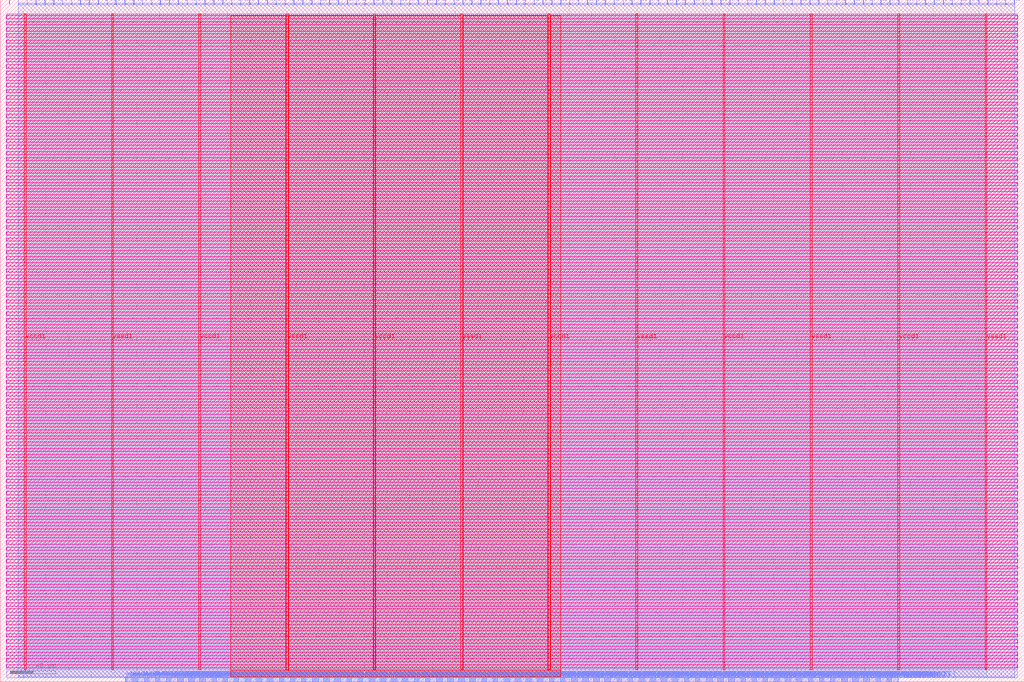
<source format=lef>
VERSION 5.7 ;
  NOWIREEXTENSIONATPIN ON ;
  DIVIDERCHAR "/" ;
  BUSBITCHARS "[]" ;
MACRO user_proj_example
  CLASS BLOCK ;
  FOREIGN user_proj_example ;
  ORIGIN 0.000 0.000 ;
  SIZE 900.000 BY 600.000 ;
  PIN io_in[0]
    DIRECTION INPUT ;
    USE SIGNAL ;
    PORT
      LAYER met2 ;
        RECT 7.910 596.000 8.190 600.000 ;
    END
  END io_in[0]
  PIN io_in[10]
    DIRECTION INPUT ;
    USE SIGNAL ;
    PORT
      LAYER met2 ;
        RECT 242.510 596.000 242.790 600.000 ;
    END
  END io_in[10]
  PIN io_in[11]
    DIRECTION INPUT ;
    USE SIGNAL ;
    PORT
      LAYER met2 ;
        RECT 265.970 596.000 266.250 600.000 ;
    END
  END io_in[11]
  PIN io_in[12]
    DIRECTION INPUT ;
    USE SIGNAL ;
    PORT
      LAYER met2 ;
        RECT 289.430 596.000 289.710 600.000 ;
    END
  END io_in[12]
  PIN io_in[13]
    DIRECTION INPUT ;
    USE SIGNAL ;
    PORT
      LAYER met2 ;
        RECT 312.890 596.000 313.170 600.000 ;
    END
  END io_in[13]
  PIN io_in[14]
    DIRECTION INPUT ;
    USE SIGNAL ;
    PORT
      LAYER met2 ;
        RECT 336.350 596.000 336.630 600.000 ;
    END
  END io_in[14]
  PIN io_in[15]
    DIRECTION INPUT ;
    USE SIGNAL ;
    PORT
      LAYER met2 ;
        RECT 359.810 596.000 360.090 600.000 ;
    END
  END io_in[15]
  PIN io_in[16]
    DIRECTION INPUT ;
    USE SIGNAL ;
    PORT
      LAYER met2 ;
        RECT 383.270 596.000 383.550 600.000 ;
    END
  END io_in[16]
  PIN io_in[17]
    DIRECTION INPUT ;
    USE SIGNAL ;
    PORT
      LAYER met2 ;
        RECT 406.730 596.000 407.010 600.000 ;
    END
  END io_in[17]
  PIN io_in[18]
    DIRECTION INPUT ;
    USE SIGNAL ;
    PORT
      LAYER met2 ;
        RECT 430.190 596.000 430.470 600.000 ;
    END
  END io_in[18]
  PIN io_in[19]
    DIRECTION INPUT ;
    USE SIGNAL ;
    PORT
      LAYER met2 ;
        RECT 453.650 596.000 453.930 600.000 ;
    END
  END io_in[19]
  PIN io_in[1]
    DIRECTION INPUT ;
    USE SIGNAL ;
    PORT
      LAYER met2 ;
        RECT 31.370 596.000 31.650 600.000 ;
    END
  END io_in[1]
  PIN io_in[20]
    DIRECTION INPUT ;
    USE SIGNAL ;
    PORT
      LAYER met2 ;
        RECT 477.110 596.000 477.390 600.000 ;
    END
  END io_in[20]
  PIN io_in[21]
    DIRECTION INPUT ;
    USE SIGNAL ;
    PORT
      LAYER met2 ;
        RECT 500.570 596.000 500.850 600.000 ;
    END
  END io_in[21]
  PIN io_in[22]
    DIRECTION INPUT ;
    USE SIGNAL ;
    PORT
      LAYER met2 ;
        RECT 524.030 596.000 524.310 600.000 ;
    END
  END io_in[22]
  PIN io_in[23]
    DIRECTION INPUT ;
    USE SIGNAL ;
    PORT
      LAYER met2 ;
        RECT 547.490 596.000 547.770 600.000 ;
    END
  END io_in[23]
  PIN io_in[24]
    DIRECTION INPUT ;
    USE SIGNAL ;
    PORT
      LAYER met2 ;
        RECT 570.950 596.000 571.230 600.000 ;
    END
  END io_in[24]
  PIN io_in[25]
    DIRECTION INPUT ;
    USE SIGNAL ;
    PORT
      LAYER met2 ;
        RECT 594.410 596.000 594.690 600.000 ;
    END
  END io_in[25]
  PIN io_in[26]
    DIRECTION INPUT ;
    USE SIGNAL ;
    PORT
      LAYER met2 ;
        RECT 617.870 596.000 618.150 600.000 ;
    END
  END io_in[26]
  PIN io_in[27]
    DIRECTION INPUT ;
    USE SIGNAL ;
    PORT
      LAYER met2 ;
        RECT 641.330 596.000 641.610 600.000 ;
    END
  END io_in[27]
  PIN io_in[28]
    DIRECTION INPUT ;
    USE SIGNAL ;
    PORT
      LAYER met2 ;
        RECT 664.790 596.000 665.070 600.000 ;
    END
  END io_in[28]
  PIN io_in[29]
    DIRECTION INPUT ;
    USE SIGNAL ;
    PORT
      LAYER met2 ;
        RECT 688.250 596.000 688.530 600.000 ;
    END
  END io_in[29]
  PIN io_in[2]
    DIRECTION INPUT ;
    USE SIGNAL ;
    PORT
      LAYER met2 ;
        RECT 54.830 596.000 55.110 600.000 ;
    END
  END io_in[2]
  PIN io_in[30]
    DIRECTION INPUT ;
    USE SIGNAL ;
    PORT
      LAYER met2 ;
        RECT 711.710 596.000 711.990 600.000 ;
    END
  END io_in[30]
  PIN io_in[31]
    DIRECTION INPUT ;
    USE SIGNAL ;
    PORT
      LAYER met2 ;
        RECT 735.170 596.000 735.450 600.000 ;
    END
  END io_in[31]
  PIN io_in[32]
    DIRECTION INPUT ;
    USE SIGNAL ;
    PORT
      LAYER met2 ;
        RECT 758.630 596.000 758.910 600.000 ;
    END
  END io_in[32]
  PIN io_in[33]
    DIRECTION INPUT ;
    USE SIGNAL ;
    PORT
      LAYER met2 ;
        RECT 782.090 596.000 782.370 600.000 ;
    END
  END io_in[33]
  PIN io_in[34]
    DIRECTION INPUT ;
    USE SIGNAL ;
    PORT
      LAYER met2 ;
        RECT 805.550 596.000 805.830 600.000 ;
    END
  END io_in[34]
  PIN io_in[35]
    DIRECTION INPUT ;
    USE SIGNAL ;
    PORT
      LAYER met2 ;
        RECT 829.010 596.000 829.290 600.000 ;
    END
  END io_in[35]
  PIN io_in[36]
    DIRECTION INPUT ;
    USE SIGNAL ;
    PORT
      LAYER met2 ;
        RECT 852.470 596.000 852.750 600.000 ;
    END
  END io_in[36]
  PIN io_in[37]
    DIRECTION INPUT ;
    USE SIGNAL ;
    PORT
      LAYER met2 ;
        RECT 875.930 596.000 876.210 600.000 ;
    END
  END io_in[37]
  PIN io_in[3]
    DIRECTION INPUT ;
    USE SIGNAL ;
    PORT
      LAYER met2 ;
        RECT 78.290 596.000 78.570 600.000 ;
    END
  END io_in[3]
  PIN io_in[4]
    DIRECTION INPUT ;
    USE SIGNAL ;
    PORT
      LAYER met2 ;
        RECT 101.750 596.000 102.030 600.000 ;
    END
  END io_in[4]
  PIN io_in[5]
    DIRECTION INPUT ;
    USE SIGNAL ;
    PORT
      LAYER met2 ;
        RECT 125.210 596.000 125.490 600.000 ;
    END
  END io_in[5]
  PIN io_in[6]
    DIRECTION INPUT ;
    USE SIGNAL ;
    PORT
      LAYER met2 ;
        RECT 148.670 596.000 148.950 600.000 ;
    END
  END io_in[6]
  PIN io_in[7]
    DIRECTION INPUT ;
    USE SIGNAL ;
    PORT
      LAYER met2 ;
        RECT 172.130 596.000 172.410 600.000 ;
    END
  END io_in[7]
  PIN io_in[8]
    DIRECTION INPUT ;
    USE SIGNAL ;
    PORT
      LAYER met2 ;
        RECT 195.590 596.000 195.870 600.000 ;
    END
  END io_in[8]
  PIN io_in[9]
    DIRECTION INPUT ;
    USE SIGNAL ;
    PORT
      LAYER met2 ;
        RECT 219.050 596.000 219.330 600.000 ;
    END
  END io_in[9]
  PIN io_oeb[0]
    DIRECTION OUTPUT TRISTATE ;
    USE SIGNAL ;
    PORT
      LAYER met2 ;
        RECT 15.730 596.000 16.010 600.000 ;
    END
  END io_oeb[0]
  PIN io_oeb[10]
    DIRECTION OUTPUT TRISTATE ;
    USE SIGNAL ;
    PORT
      LAYER met2 ;
        RECT 250.330 596.000 250.610 600.000 ;
    END
  END io_oeb[10]
  PIN io_oeb[11]
    DIRECTION OUTPUT TRISTATE ;
    USE SIGNAL ;
    PORT
      LAYER met2 ;
        RECT 273.790 596.000 274.070 600.000 ;
    END
  END io_oeb[11]
  PIN io_oeb[12]
    DIRECTION OUTPUT TRISTATE ;
    USE SIGNAL ;
    PORT
      LAYER met2 ;
        RECT 297.250 596.000 297.530 600.000 ;
    END
  END io_oeb[12]
  PIN io_oeb[13]
    DIRECTION OUTPUT TRISTATE ;
    USE SIGNAL ;
    PORT
      LAYER met2 ;
        RECT 320.710 596.000 320.990 600.000 ;
    END
  END io_oeb[13]
  PIN io_oeb[14]
    DIRECTION OUTPUT TRISTATE ;
    USE SIGNAL ;
    PORT
      LAYER met2 ;
        RECT 344.170 596.000 344.450 600.000 ;
    END
  END io_oeb[14]
  PIN io_oeb[15]
    DIRECTION OUTPUT TRISTATE ;
    USE SIGNAL ;
    PORT
      LAYER met2 ;
        RECT 367.630 596.000 367.910 600.000 ;
    END
  END io_oeb[15]
  PIN io_oeb[16]
    DIRECTION OUTPUT TRISTATE ;
    USE SIGNAL ;
    PORT
      LAYER met2 ;
        RECT 391.090 596.000 391.370 600.000 ;
    END
  END io_oeb[16]
  PIN io_oeb[17]
    DIRECTION OUTPUT TRISTATE ;
    USE SIGNAL ;
    PORT
      LAYER met2 ;
        RECT 414.550 596.000 414.830 600.000 ;
    END
  END io_oeb[17]
  PIN io_oeb[18]
    DIRECTION OUTPUT TRISTATE ;
    USE SIGNAL ;
    PORT
      LAYER met2 ;
        RECT 438.010 596.000 438.290 600.000 ;
    END
  END io_oeb[18]
  PIN io_oeb[19]
    DIRECTION OUTPUT TRISTATE ;
    USE SIGNAL ;
    PORT
      LAYER met2 ;
        RECT 461.470 596.000 461.750 600.000 ;
    END
  END io_oeb[19]
  PIN io_oeb[1]
    DIRECTION OUTPUT TRISTATE ;
    USE SIGNAL ;
    PORT
      LAYER met2 ;
        RECT 39.190 596.000 39.470 600.000 ;
    END
  END io_oeb[1]
  PIN io_oeb[20]
    DIRECTION OUTPUT TRISTATE ;
    USE SIGNAL ;
    PORT
      LAYER met2 ;
        RECT 484.930 596.000 485.210 600.000 ;
    END
  END io_oeb[20]
  PIN io_oeb[21]
    DIRECTION OUTPUT TRISTATE ;
    USE SIGNAL ;
    PORT
      LAYER met2 ;
        RECT 508.390 596.000 508.670 600.000 ;
    END
  END io_oeb[21]
  PIN io_oeb[22]
    DIRECTION OUTPUT TRISTATE ;
    USE SIGNAL ;
    PORT
      LAYER met2 ;
        RECT 531.850 596.000 532.130 600.000 ;
    END
  END io_oeb[22]
  PIN io_oeb[23]
    DIRECTION OUTPUT TRISTATE ;
    USE SIGNAL ;
    PORT
      LAYER met2 ;
        RECT 555.310 596.000 555.590 600.000 ;
    END
  END io_oeb[23]
  PIN io_oeb[24]
    DIRECTION OUTPUT TRISTATE ;
    USE SIGNAL ;
    PORT
      LAYER met2 ;
        RECT 578.770 596.000 579.050 600.000 ;
    END
  END io_oeb[24]
  PIN io_oeb[25]
    DIRECTION OUTPUT TRISTATE ;
    USE SIGNAL ;
    PORT
      LAYER met2 ;
        RECT 602.230 596.000 602.510 600.000 ;
    END
  END io_oeb[25]
  PIN io_oeb[26]
    DIRECTION OUTPUT TRISTATE ;
    USE SIGNAL ;
    PORT
      LAYER met2 ;
        RECT 625.690 596.000 625.970 600.000 ;
    END
  END io_oeb[26]
  PIN io_oeb[27]
    DIRECTION OUTPUT TRISTATE ;
    USE SIGNAL ;
    PORT
      LAYER met2 ;
        RECT 649.150 596.000 649.430 600.000 ;
    END
  END io_oeb[27]
  PIN io_oeb[28]
    DIRECTION OUTPUT TRISTATE ;
    USE SIGNAL ;
    PORT
      LAYER met2 ;
        RECT 672.610 596.000 672.890 600.000 ;
    END
  END io_oeb[28]
  PIN io_oeb[29]
    DIRECTION OUTPUT TRISTATE ;
    USE SIGNAL ;
    PORT
      LAYER met2 ;
        RECT 696.070 596.000 696.350 600.000 ;
    END
  END io_oeb[29]
  PIN io_oeb[2]
    DIRECTION OUTPUT TRISTATE ;
    USE SIGNAL ;
    PORT
      LAYER met2 ;
        RECT 62.650 596.000 62.930 600.000 ;
    END
  END io_oeb[2]
  PIN io_oeb[30]
    DIRECTION OUTPUT TRISTATE ;
    USE SIGNAL ;
    PORT
      LAYER met2 ;
        RECT 719.530 596.000 719.810 600.000 ;
    END
  END io_oeb[30]
  PIN io_oeb[31]
    DIRECTION OUTPUT TRISTATE ;
    USE SIGNAL ;
    PORT
      LAYER met2 ;
        RECT 742.990 596.000 743.270 600.000 ;
    END
  END io_oeb[31]
  PIN io_oeb[32]
    DIRECTION OUTPUT TRISTATE ;
    USE SIGNAL ;
    PORT
      LAYER met2 ;
        RECT 766.450 596.000 766.730 600.000 ;
    END
  END io_oeb[32]
  PIN io_oeb[33]
    DIRECTION OUTPUT TRISTATE ;
    USE SIGNAL ;
    PORT
      LAYER met2 ;
        RECT 789.910 596.000 790.190 600.000 ;
    END
  END io_oeb[33]
  PIN io_oeb[34]
    DIRECTION OUTPUT TRISTATE ;
    USE SIGNAL ;
    PORT
      LAYER met2 ;
        RECT 813.370 596.000 813.650 600.000 ;
    END
  END io_oeb[34]
  PIN io_oeb[35]
    DIRECTION OUTPUT TRISTATE ;
    USE SIGNAL ;
    PORT
      LAYER met2 ;
        RECT 836.830 596.000 837.110 600.000 ;
    END
  END io_oeb[35]
  PIN io_oeb[36]
    DIRECTION OUTPUT TRISTATE ;
    USE SIGNAL ;
    PORT
      LAYER met2 ;
        RECT 860.290 596.000 860.570 600.000 ;
    END
  END io_oeb[36]
  PIN io_oeb[37]
    DIRECTION OUTPUT TRISTATE ;
    USE SIGNAL ;
    PORT
      LAYER met2 ;
        RECT 883.750 596.000 884.030 600.000 ;
    END
  END io_oeb[37]
  PIN io_oeb[3]
    DIRECTION OUTPUT TRISTATE ;
    USE SIGNAL ;
    PORT
      LAYER met2 ;
        RECT 86.110 596.000 86.390 600.000 ;
    END
  END io_oeb[3]
  PIN io_oeb[4]
    DIRECTION OUTPUT TRISTATE ;
    USE SIGNAL ;
    PORT
      LAYER met2 ;
        RECT 109.570 596.000 109.850 600.000 ;
    END
  END io_oeb[4]
  PIN io_oeb[5]
    DIRECTION OUTPUT TRISTATE ;
    USE SIGNAL ;
    PORT
      LAYER met2 ;
        RECT 133.030 596.000 133.310 600.000 ;
    END
  END io_oeb[5]
  PIN io_oeb[6]
    DIRECTION OUTPUT TRISTATE ;
    USE SIGNAL ;
    PORT
      LAYER met2 ;
        RECT 156.490 596.000 156.770 600.000 ;
    END
  END io_oeb[6]
  PIN io_oeb[7]
    DIRECTION OUTPUT TRISTATE ;
    USE SIGNAL ;
    PORT
      LAYER met2 ;
        RECT 179.950 596.000 180.230 600.000 ;
    END
  END io_oeb[7]
  PIN io_oeb[8]
    DIRECTION OUTPUT TRISTATE ;
    USE SIGNAL ;
    PORT
      LAYER met2 ;
        RECT 203.410 596.000 203.690 600.000 ;
    END
  END io_oeb[8]
  PIN io_oeb[9]
    DIRECTION OUTPUT TRISTATE ;
    USE SIGNAL ;
    PORT
      LAYER met2 ;
        RECT 226.870 596.000 227.150 600.000 ;
    END
  END io_oeb[9]
  PIN io_out[0]
    DIRECTION OUTPUT TRISTATE ;
    USE SIGNAL ;
    PORT
      LAYER met2 ;
        RECT 23.550 596.000 23.830 600.000 ;
    END
  END io_out[0]
  PIN io_out[10]
    DIRECTION OUTPUT TRISTATE ;
    USE SIGNAL ;
    PORT
      LAYER met2 ;
        RECT 258.150 596.000 258.430 600.000 ;
    END
  END io_out[10]
  PIN io_out[11]
    DIRECTION OUTPUT TRISTATE ;
    USE SIGNAL ;
    PORT
      LAYER met2 ;
        RECT 281.610 596.000 281.890 600.000 ;
    END
  END io_out[11]
  PIN io_out[12]
    DIRECTION OUTPUT TRISTATE ;
    USE SIGNAL ;
    PORT
      LAYER met2 ;
        RECT 305.070 596.000 305.350 600.000 ;
    END
  END io_out[12]
  PIN io_out[13]
    DIRECTION OUTPUT TRISTATE ;
    USE SIGNAL ;
    PORT
      LAYER met2 ;
        RECT 328.530 596.000 328.810 600.000 ;
    END
  END io_out[13]
  PIN io_out[14]
    DIRECTION OUTPUT TRISTATE ;
    USE SIGNAL ;
    PORT
      LAYER met2 ;
        RECT 351.990 596.000 352.270 600.000 ;
    END
  END io_out[14]
  PIN io_out[15]
    DIRECTION OUTPUT TRISTATE ;
    USE SIGNAL ;
    PORT
      LAYER met2 ;
        RECT 375.450 596.000 375.730 600.000 ;
    END
  END io_out[15]
  PIN io_out[16]
    DIRECTION OUTPUT TRISTATE ;
    USE SIGNAL ;
    PORT
      LAYER met2 ;
        RECT 398.910 596.000 399.190 600.000 ;
    END
  END io_out[16]
  PIN io_out[17]
    DIRECTION OUTPUT TRISTATE ;
    USE SIGNAL ;
    PORT
      LAYER met2 ;
        RECT 422.370 596.000 422.650 600.000 ;
    END
  END io_out[17]
  PIN io_out[18]
    DIRECTION OUTPUT TRISTATE ;
    USE SIGNAL ;
    PORT
      LAYER met2 ;
        RECT 445.830 596.000 446.110 600.000 ;
    END
  END io_out[18]
  PIN io_out[19]
    DIRECTION OUTPUT TRISTATE ;
    USE SIGNAL ;
    PORT
      LAYER met2 ;
        RECT 469.290 596.000 469.570 600.000 ;
    END
  END io_out[19]
  PIN io_out[1]
    DIRECTION OUTPUT TRISTATE ;
    USE SIGNAL ;
    PORT
      LAYER met2 ;
        RECT 47.010 596.000 47.290 600.000 ;
    END
  END io_out[1]
  PIN io_out[20]
    DIRECTION OUTPUT TRISTATE ;
    USE SIGNAL ;
    PORT
      LAYER met2 ;
        RECT 492.750 596.000 493.030 600.000 ;
    END
  END io_out[20]
  PIN io_out[21]
    DIRECTION OUTPUT TRISTATE ;
    USE SIGNAL ;
    PORT
      LAYER met2 ;
        RECT 516.210 596.000 516.490 600.000 ;
    END
  END io_out[21]
  PIN io_out[22]
    DIRECTION OUTPUT TRISTATE ;
    USE SIGNAL ;
    PORT
      LAYER met2 ;
        RECT 539.670 596.000 539.950 600.000 ;
    END
  END io_out[22]
  PIN io_out[23]
    DIRECTION OUTPUT TRISTATE ;
    USE SIGNAL ;
    PORT
      LAYER met2 ;
        RECT 563.130 596.000 563.410 600.000 ;
    END
  END io_out[23]
  PIN io_out[24]
    DIRECTION OUTPUT TRISTATE ;
    USE SIGNAL ;
    PORT
      LAYER met2 ;
        RECT 586.590 596.000 586.870 600.000 ;
    END
  END io_out[24]
  PIN io_out[25]
    DIRECTION OUTPUT TRISTATE ;
    USE SIGNAL ;
    PORT
      LAYER met2 ;
        RECT 610.050 596.000 610.330 600.000 ;
    END
  END io_out[25]
  PIN io_out[26]
    DIRECTION OUTPUT TRISTATE ;
    USE SIGNAL ;
    PORT
      LAYER met2 ;
        RECT 633.510 596.000 633.790 600.000 ;
    END
  END io_out[26]
  PIN io_out[27]
    DIRECTION OUTPUT TRISTATE ;
    USE SIGNAL ;
    PORT
      LAYER met2 ;
        RECT 656.970 596.000 657.250 600.000 ;
    END
  END io_out[27]
  PIN io_out[28]
    DIRECTION OUTPUT TRISTATE ;
    USE SIGNAL ;
    PORT
      LAYER met2 ;
        RECT 680.430 596.000 680.710 600.000 ;
    END
  END io_out[28]
  PIN io_out[29]
    DIRECTION OUTPUT TRISTATE ;
    USE SIGNAL ;
    PORT
      LAYER met2 ;
        RECT 703.890 596.000 704.170 600.000 ;
    END
  END io_out[29]
  PIN io_out[2]
    DIRECTION OUTPUT TRISTATE ;
    USE SIGNAL ;
    PORT
      LAYER met2 ;
        RECT 70.470 596.000 70.750 600.000 ;
    END
  END io_out[2]
  PIN io_out[30]
    DIRECTION OUTPUT TRISTATE ;
    USE SIGNAL ;
    PORT
      LAYER met2 ;
        RECT 727.350 596.000 727.630 600.000 ;
    END
  END io_out[30]
  PIN io_out[31]
    DIRECTION OUTPUT TRISTATE ;
    USE SIGNAL ;
    PORT
      LAYER met2 ;
        RECT 750.810 596.000 751.090 600.000 ;
    END
  END io_out[31]
  PIN io_out[32]
    DIRECTION OUTPUT TRISTATE ;
    USE SIGNAL ;
    PORT
      LAYER met2 ;
        RECT 774.270 596.000 774.550 600.000 ;
    END
  END io_out[32]
  PIN io_out[33]
    DIRECTION OUTPUT TRISTATE ;
    USE SIGNAL ;
    PORT
      LAYER met2 ;
        RECT 797.730 596.000 798.010 600.000 ;
    END
  END io_out[33]
  PIN io_out[34]
    DIRECTION OUTPUT TRISTATE ;
    USE SIGNAL ;
    PORT
      LAYER met2 ;
        RECT 821.190 596.000 821.470 600.000 ;
    END
  END io_out[34]
  PIN io_out[35]
    DIRECTION OUTPUT TRISTATE ;
    USE SIGNAL ;
    PORT
      LAYER met2 ;
        RECT 844.650 596.000 844.930 600.000 ;
    END
  END io_out[35]
  PIN io_out[36]
    DIRECTION OUTPUT TRISTATE ;
    USE SIGNAL ;
    PORT
      LAYER met2 ;
        RECT 868.110 596.000 868.390 600.000 ;
    END
  END io_out[36]
  PIN io_out[37]
    DIRECTION OUTPUT TRISTATE ;
    USE SIGNAL ;
    PORT
      LAYER met2 ;
        RECT 891.570 596.000 891.850 600.000 ;
    END
  END io_out[37]
  PIN io_out[3]
    DIRECTION OUTPUT TRISTATE ;
    USE SIGNAL ;
    PORT
      LAYER met2 ;
        RECT 93.930 596.000 94.210 600.000 ;
    END
  END io_out[3]
  PIN io_out[4]
    DIRECTION OUTPUT TRISTATE ;
    USE SIGNAL ;
    PORT
      LAYER met2 ;
        RECT 117.390 596.000 117.670 600.000 ;
    END
  END io_out[4]
  PIN io_out[5]
    DIRECTION OUTPUT TRISTATE ;
    USE SIGNAL ;
    PORT
      LAYER met2 ;
        RECT 140.850 596.000 141.130 600.000 ;
    END
  END io_out[5]
  PIN io_out[6]
    DIRECTION OUTPUT TRISTATE ;
    USE SIGNAL ;
    PORT
      LAYER met2 ;
        RECT 164.310 596.000 164.590 600.000 ;
    END
  END io_out[6]
  PIN io_out[7]
    DIRECTION OUTPUT TRISTATE ;
    USE SIGNAL ;
    PORT
      LAYER met2 ;
        RECT 187.770 596.000 188.050 600.000 ;
    END
  END io_out[7]
  PIN io_out[8]
    DIRECTION OUTPUT TRISTATE ;
    USE SIGNAL ;
    PORT
      LAYER met2 ;
        RECT 211.230 596.000 211.510 600.000 ;
    END
  END io_out[8]
  PIN io_out[9]
    DIRECTION OUTPUT TRISTATE ;
    USE SIGNAL ;
    PORT
      LAYER met2 ;
        RECT 234.690 596.000 234.970 600.000 ;
    END
  END io_out[9]
  PIN irq[0]
    DIRECTION OUTPUT TRISTATE ;
    USE SIGNAL ;
    PORT
      LAYER met2 ;
        RECT 786.230 0.000 786.510 4.000 ;
    END
  END irq[0]
  PIN irq[1]
    DIRECTION OUTPUT TRISTATE ;
    USE SIGNAL ;
    PORT
      LAYER met2 ;
        RECT 787.610 0.000 787.890 4.000 ;
    END
  END irq[1]
  PIN irq[2]
    DIRECTION OUTPUT TRISTATE ;
    USE SIGNAL ;
    PORT
      LAYER met2 ;
        RECT 788.990 0.000 789.270 4.000 ;
    END
  END irq[2]
  PIN la_data_in[0]
    DIRECTION INPUT ;
    USE SIGNAL ;
    PORT
      LAYER met2 ;
        RECT 256.310 0.000 256.590 4.000 ;
    END
  END la_data_in[0]
  PIN la_data_in[100]
    DIRECTION INPUT ;
    USE SIGNAL ;
    PORT
      LAYER met2 ;
        RECT 670.310 0.000 670.590 4.000 ;
    END
  END la_data_in[100]
  PIN la_data_in[101]
    DIRECTION INPUT ;
    USE SIGNAL ;
    PORT
      LAYER met2 ;
        RECT 674.450 0.000 674.730 4.000 ;
    END
  END la_data_in[101]
  PIN la_data_in[102]
    DIRECTION INPUT ;
    USE SIGNAL ;
    PORT
      LAYER met2 ;
        RECT 678.590 0.000 678.870 4.000 ;
    END
  END la_data_in[102]
  PIN la_data_in[103]
    DIRECTION INPUT ;
    USE SIGNAL ;
    PORT
      LAYER met2 ;
        RECT 682.730 0.000 683.010 4.000 ;
    END
  END la_data_in[103]
  PIN la_data_in[104]
    DIRECTION INPUT ;
    USE SIGNAL ;
    PORT
      LAYER met2 ;
        RECT 686.870 0.000 687.150 4.000 ;
    END
  END la_data_in[104]
  PIN la_data_in[105]
    DIRECTION INPUT ;
    USE SIGNAL ;
    PORT
      LAYER met2 ;
        RECT 691.010 0.000 691.290 4.000 ;
    END
  END la_data_in[105]
  PIN la_data_in[106]
    DIRECTION INPUT ;
    USE SIGNAL ;
    PORT
      LAYER met2 ;
        RECT 695.150 0.000 695.430 4.000 ;
    END
  END la_data_in[106]
  PIN la_data_in[107]
    DIRECTION INPUT ;
    USE SIGNAL ;
    PORT
      LAYER met2 ;
        RECT 699.290 0.000 699.570 4.000 ;
    END
  END la_data_in[107]
  PIN la_data_in[108]
    DIRECTION INPUT ;
    USE SIGNAL ;
    PORT
      LAYER met2 ;
        RECT 703.430 0.000 703.710 4.000 ;
    END
  END la_data_in[108]
  PIN la_data_in[109]
    DIRECTION INPUT ;
    USE SIGNAL ;
    PORT
      LAYER met2 ;
        RECT 707.570 0.000 707.850 4.000 ;
    END
  END la_data_in[109]
  PIN la_data_in[10]
    DIRECTION INPUT ;
    USE SIGNAL ;
    PORT
      LAYER met2 ;
        RECT 297.710 0.000 297.990 4.000 ;
    END
  END la_data_in[10]
  PIN la_data_in[110]
    DIRECTION INPUT ;
    USE SIGNAL ;
    PORT
      LAYER met2 ;
        RECT 711.710 0.000 711.990 4.000 ;
    END
  END la_data_in[110]
  PIN la_data_in[111]
    DIRECTION INPUT ;
    USE SIGNAL ;
    PORT
      LAYER met2 ;
        RECT 715.850 0.000 716.130 4.000 ;
    END
  END la_data_in[111]
  PIN la_data_in[112]
    DIRECTION INPUT ;
    USE SIGNAL ;
    PORT
      LAYER met2 ;
        RECT 719.990 0.000 720.270 4.000 ;
    END
  END la_data_in[112]
  PIN la_data_in[113]
    DIRECTION INPUT ;
    USE SIGNAL ;
    PORT
      LAYER met2 ;
        RECT 724.130 0.000 724.410 4.000 ;
    END
  END la_data_in[113]
  PIN la_data_in[114]
    DIRECTION INPUT ;
    USE SIGNAL ;
    PORT
      LAYER met2 ;
        RECT 728.270 0.000 728.550 4.000 ;
    END
  END la_data_in[114]
  PIN la_data_in[115]
    DIRECTION INPUT ;
    USE SIGNAL ;
    PORT
      LAYER met2 ;
        RECT 732.410 0.000 732.690 4.000 ;
    END
  END la_data_in[115]
  PIN la_data_in[116]
    DIRECTION INPUT ;
    USE SIGNAL ;
    PORT
      LAYER met2 ;
        RECT 736.550 0.000 736.830 4.000 ;
    END
  END la_data_in[116]
  PIN la_data_in[117]
    DIRECTION INPUT ;
    USE SIGNAL ;
    PORT
      LAYER met2 ;
        RECT 740.690 0.000 740.970 4.000 ;
    END
  END la_data_in[117]
  PIN la_data_in[118]
    DIRECTION INPUT ;
    USE SIGNAL ;
    PORT
      LAYER met2 ;
        RECT 744.830 0.000 745.110 4.000 ;
    END
  END la_data_in[118]
  PIN la_data_in[119]
    DIRECTION INPUT ;
    USE SIGNAL ;
    PORT
      LAYER met2 ;
        RECT 748.970 0.000 749.250 4.000 ;
    END
  END la_data_in[119]
  PIN la_data_in[11]
    DIRECTION INPUT ;
    USE SIGNAL ;
    PORT
      LAYER met2 ;
        RECT 301.850 0.000 302.130 4.000 ;
    END
  END la_data_in[11]
  PIN la_data_in[120]
    DIRECTION INPUT ;
    USE SIGNAL ;
    PORT
      LAYER met2 ;
        RECT 753.110 0.000 753.390 4.000 ;
    END
  END la_data_in[120]
  PIN la_data_in[121]
    DIRECTION INPUT ;
    USE SIGNAL ;
    PORT
      LAYER met2 ;
        RECT 757.250 0.000 757.530 4.000 ;
    END
  END la_data_in[121]
  PIN la_data_in[122]
    DIRECTION INPUT ;
    USE SIGNAL ;
    PORT
      LAYER met2 ;
        RECT 761.390 0.000 761.670 4.000 ;
    END
  END la_data_in[122]
  PIN la_data_in[123]
    DIRECTION INPUT ;
    USE SIGNAL ;
    PORT
      LAYER met2 ;
        RECT 765.530 0.000 765.810 4.000 ;
    END
  END la_data_in[123]
  PIN la_data_in[124]
    DIRECTION INPUT ;
    USE SIGNAL ;
    PORT
      LAYER met2 ;
        RECT 769.670 0.000 769.950 4.000 ;
    END
  END la_data_in[124]
  PIN la_data_in[125]
    DIRECTION INPUT ;
    USE SIGNAL ;
    PORT
      LAYER met2 ;
        RECT 773.810 0.000 774.090 4.000 ;
    END
  END la_data_in[125]
  PIN la_data_in[126]
    DIRECTION INPUT ;
    USE SIGNAL ;
    PORT
      LAYER met2 ;
        RECT 777.950 0.000 778.230 4.000 ;
    END
  END la_data_in[126]
  PIN la_data_in[127]
    DIRECTION INPUT ;
    USE SIGNAL ;
    PORT
      LAYER met2 ;
        RECT 782.090 0.000 782.370 4.000 ;
    END
  END la_data_in[127]
  PIN la_data_in[12]
    DIRECTION INPUT ;
    USE SIGNAL ;
    PORT
      LAYER met2 ;
        RECT 305.990 0.000 306.270 4.000 ;
    END
  END la_data_in[12]
  PIN la_data_in[13]
    DIRECTION INPUT ;
    USE SIGNAL ;
    PORT
      LAYER met2 ;
        RECT 310.130 0.000 310.410 4.000 ;
    END
  END la_data_in[13]
  PIN la_data_in[14]
    DIRECTION INPUT ;
    USE SIGNAL ;
    PORT
      LAYER met2 ;
        RECT 314.270 0.000 314.550 4.000 ;
    END
  END la_data_in[14]
  PIN la_data_in[15]
    DIRECTION INPUT ;
    USE SIGNAL ;
    PORT
      LAYER met2 ;
        RECT 318.410 0.000 318.690 4.000 ;
    END
  END la_data_in[15]
  PIN la_data_in[16]
    DIRECTION INPUT ;
    USE SIGNAL ;
    PORT
      LAYER met2 ;
        RECT 322.550 0.000 322.830 4.000 ;
    END
  END la_data_in[16]
  PIN la_data_in[17]
    DIRECTION INPUT ;
    USE SIGNAL ;
    PORT
      LAYER met2 ;
        RECT 326.690 0.000 326.970 4.000 ;
    END
  END la_data_in[17]
  PIN la_data_in[18]
    DIRECTION INPUT ;
    USE SIGNAL ;
    PORT
      LAYER met2 ;
        RECT 330.830 0.000 331.110 4.000 ;
    END
  END la_data_in[18]
  PIN la_data_in[19]
    DIRECTION INPUT ;
    USE SIGNAL ;
    PORT
      LAYER met2 ;
        RECT 334.970 0.000 335.250 4.000 ;
    END
  END la_data_in[19]
  PIN la_data_in[1]
    DIRECTION INPUT ;
    USE SIGNAL ;
    PORT
      LAYER met2 ;
        RECT 260.450 0.000 260.730 4.000 ;
    END
  END la_data_in[1]
  PIN la_data_in[20]
    DIRECTION INPUT ;
    USE SIGNAL ;
    PORT
      LAYER met2 ;
        RECT 339.110 0.000 339.390 4.000 ;
    END
  END la_data_in[20]
  PIN la_data_in[21]
    DIRECTION INPUT ;
    USE SIGNAL ;
    PORT
      LAYER met2 ;
        RECT 343.250 0.000 343.530 4.000 ;
    END
  END la_data_in[21]
  PIN la_data_in[22]
    DIRECTION INPUT ;
    USE SIGNAL ;
    PORT
      LAYER met2 ;
        RECT 347.390 0.000 347.670 4.000 ;
    END
  END la_data_in[22]
  PIN la_data_in[23]
    DIRECTION INPUT ;
    USE SIGNAL ;
    PORT
      LAYER met2 ;
        RECT 351.530 0.000 351.810 4.000 ;
    END
  END la_data_in[23]
  PIN la_data_in[24]
    DIRECTION INPUT ;
    USE SIGNAL ;
    PORT
      LAYER met2 ;
        RECT 355.670 0.000 355.950 4.000 ;
    END
  END la_data_in[24]
  PIN la_data_in[25]
    DIRECTION INPUT ;
    USE SIGNAL ;
    PORT
      LAYER met2 ;
        RECT 359.810 0.000 360.090 4.000 ;
    END
  END la_data_in[25]
  PIN la_data_in[26]
    DIRECTION INPUT ;
    USE SIGNAL ;
    PORT
      LAYER met2 ;
        RECT 363.950 0.000 364.230 4.000 ;
    END
  END la_data_in[26]
  PIN la_data_in[27]
    DIRECTION INPUT ;
    USE SIGNAL ;
    PORT
      LAYER met2 ;
        RECT 368.090 0.000 368.370 4.000 ;
    END
  END la_data_in[27]
  PIN la_data_in[28]
    DIRECTION INPUT ;
    USE SIGNAL ;
    PORT
      LAYER met2 ;
        RECT 372.230 0.000 372.510 4.000 ;
    END
  END la_data_in[28]
  PIN la_data_in[29]
    DIRECTION INPUT ;
    USE SIGNAL ;
    PORT
      LAYER met2 ;
        RECT 376.370 0.000 376.650 4.000 ;
    END
  END la_data_in[29]
  PIN la_data_in[2]
    DIRECTION INPUT ;
    USE SIGNAL ;
    PORT
      LAYER met2 ;
        RECT 264.590 0.000 264.870 4.000 ;
    END
  END la_data_in[2]
  PIN la_data_in[30]
    DIRECTION INPUT ;
    USE SIGNAL ;
    PORT
      LAYER met2 ;
        RECT 380.510 0.000 380.790 4.000 ;
    END
  END la_data_in[30]
  PIN la_data_in[31]
    DIRECTION INPUT ;
    USE SIGNAL ;
    PORT
      LAYER met2 ;
        RECT 384.650 0.000 384.930 4.000 ;
    END
  END la_data_in[31]
  PIN la_data_in[32]
    DIRECTION INPUT ;
    USE SIGNAL ;
    PORT
      LAYER met2 ;
        RECT 388.790 0.000 389.070 4.000 ;
    END
  END la_data_in[32]
  PIN la_data_in[33]
    DIRECTION INPUT ;
    USE SIGNAL ;
    PORT
      LAYER met2 ;
        RECT 392.930 0.000 393.210 4.000 ;
    END
  END la_data_in[33]
  PIN la_data_in[34]
    DIRECTION INPUT ;
    USE SIGNAL ;
    PORT
      LAYER met2 ;
        RECT 397.070 0.000 397.350 4.000 ;
    END
  END la_data_in[34]
  PIN la_data_in[35]
    DIRECTION INPUT ;
    USE SIGNAL ;
    PORT
      LAYER met2 ;
        RECT 401.210 0.000 401.490 4.000 ;
    END
  END la_data_in[35]
  PIN la_data_in[36]
    DIRECTION INPUT ;
    USE SIGNAL ;
    PORT
      LAYER met2 ;
        RECT 405.350 0.000 405.630 4.000 ;
    END
  END la_data_in[36]
  PIN la_data_in[37]
    DIRECTION INPUT ;
    USE SIGNAL ;
    PORT
      LAYER met2 ;
        RECT 409.490 0.000 409.770 4.000 ;
    END
  END la_data_in[37]
  PIN la_data_in[38]
    DIRECTION INPUT ;
    USE SIGNAL ;
    PORT
      LAYER met2 ;
        RECT 413.630 0.000 413.910 4.000 ;
    END
  END la_data_in[38]
  PIN la_data_in[39]
    DIRECTION INPUT ;
    USE SIGNAL ;
    PORT
      LAYER met2 ;
        RECT 417.770 0.000 418.050 4.000 ;
    END
  END la_data_in[39]
  PIN la_data_in[3]
    DIRECTION INPUT ;
    USE SIGNAL ;
    PORT
      LAYER met2 ;
        RECT 268.730 0.000 269.010 4.000 ;
    END
  END la_data_in[3]
  PIN la_data_in[40]
    DIRECTION INPUT ;
    USE SIGNAL ;
    PORT
      LAYER met2 ;
        RECT 421.910 0.000 422.190 4.000 ;
    END
  END la_data_in[40]
  PIN la_data_in[41]
    DIRECTION INPUT ;
    USE SIGNAL ;
    PORT
      LAYER met2 ;
        RECT 426.050 0.000 426.330 4.000 ;
    END
  END la_data_in[41]
  PIN la_data_in[42]
    DIRECTION INPUT ;
    USE SIGNAL ;
    PORT
      LAYER met2 ;
        RECT 430.190 0.000 430.470 4.000 ;
    END
  END la_data_in[42]
  PIN la_data_in[43]
    DIRECTION INPUT ;
    USE SIGNAL ;
    PORT
      LAYER met2 ;
        RECT 434.330 0.000 434.610 4.000 ;
    END
  END la_data_in[43]
  PIN la_data_in[44]
    DIRECTION INPUT ;
    USE SIGNAL ;
    PORT
      LAYER met2 ;
        RECT 438.470 0.000 438.750 4.000 ;
    END
  END la_data_in[44]
  PIN la_data_in[45]
    DIRECTION INPUT ;
    USE SIGNAL ;
    PORT
      LAYER met2 ;
        RECT 442.610 0.000 442.890 4.000 ;
    END
  END la_data_in[45]
  PIN la_data_in[46]
    DIRECTION INPUT ;
    USE SIGNAL ;
    PORT
      LAYER met2 ;
        RECT 446.750 0.000 447.030 4.000 ;
    END
  END la_data_in[46]
  PIN la_data_in[47]
    DIRECTION INPUT ;
    USE SIGNAL ;
    PORT
      LAYER met2 ;
        RECT 450.890 0.000 451.170 4.000 ;
    END
  END la_data_in[47]
  PIN la_data_in[48]
    DIRECTION INPUT ;
    USE SIGNAL ;
    PORT
      LAYER met2 ;
        RECT 455.030 0.000 455.310 4.000 ;
    END
  END la_data_in[48]
  PIN la_data_in[49]
    DIRECTION INPUT ;
    USE SIGNAL ;
    PORT
      LAYER met2 ;
        RECT 459.170 0.000 459.450 4.000 ;
    END
  END la_data_in[49]
  PIN la_data_in[4]
    DIRECTION INPUT ;
    USE SIGNAL ;
    PORT
      LAYER met2 ;
        RECT 272.870 0.000 273.150 4.000 ;
    END
  END la_data_in[4]
  PIN la_data_in[50]
    DIRECTION INPUT ;
    USE SIGNAL ;
    PORT
      LAYER met2 ;
        RECT 463.310 0.000 463.590 4.000 ;
    END
  END la_data_in[50]
  PIN la_data_in[51]
    DIRECTION INPUT ;
    USE SIGNAL ;
    PORT
      LAYER met2 ;
        RECT 467.450 0.000 467.730 4.000 ;
    END
  END la_data_in[51]
  PIN la_data_in[52]
    DIRECTION INPUT ;
    USE SIGNAL ;
    PORT
      LAYER met2 ;
        RECT 471.590 0.000 471.870 4.000 ;
    END
  END la_data_in[52]
  PIN la_data_in[53]
    DIRECTION INPUT ;
    USE SIGNAL ;
    PORT
      LAYER met2 ;
        RECT 475.730 0.000 476.010 4.000 ;
    END
  END la_data_in[53]
  PIN la_data_in[54]
    DIRECTION INPUT ;
    USE SIGNAL ;
    PORT
      LAYER met2 ;
        RECT 479.870 0.000 480.150 4.000 ;
    END
  END la_data_in[54]
  PIN la_data_in[55]
    DIRECTION INPUT ;
    USE SIGNAL ;
    PORT
      LAYER met2 ;
        RECT 484.010 0.000 484.290 4.000 ;
    END
  END la_data_in[55]
  PIN la_data_in[56]
    DIRECTION INPUT ;
    USE SIGNAL ;
    PORT
      LAYER met2 ;
        RECT 488.150 0.000 488.430 4.000 ;
    END
  END la_data_in[56]
  PIN la_data_in[57]
    DIRECTION INPUT ;
    USE SIGNAL ;
    PORT
      LAYER met2 ;
        RECT 492.290 0.000 492.570 4.000 ;
    END
  END la_data_in[57]
  PIN la_data_in[58]
    DIRECTION INPUT ;
    USE SIGNAL ;
    PORT
      LAYER met2 ;
        RECT 496.430 0.000 496.710 4.000 ;
    END
  END la_data_in[58]
  PIN la_data_in[59]
    DIRECTION INPUT ;
    USE SIGNAL ;
    PORT
      LAYER met2 ;
        RECT 500.570 0.000 500.850 4.000 ;
    END
  END la_data_in[59]
  PIN la_data_in[5]
    DIRECTION INPUT ;
    USE SIGNAL ;
    PORT
      LAYER met2 ;
        RECT 277.010 0.000 277.290 4.000 ;
    END
  END la_data_in[5]
  PIN la_data_in[60]
    DIRECTION INPUT ;
    USE SIGNAL ;
    PORT
      LAYER met2 ;
        RECT 504.710 0.000 504.990 4.000 ;
    END
  END la_data_in[60]
  PIN la_data_in[61]
    DIRECTION INPUT ;
    USE SIGNAL ;
    PORT
      LAYER met2 ;
        RECT 508.850 0.000 509.130 4.000 ;
    END
  END la_data_in[61]
  PIN la_data_in[62]
    DIRECTION INPUT ;
    USE SIGNAL ;
    PORT
      LAYER met2 ;
        RECT 512.990 0.000 513.270 4.000 ;
    END
  END la_data_in[62]
  PIN la_data_in[63]
    DIRECTION INPUT ;
    USE SIGNAL ;
    PORT
      LAYER met2 ;
        RECT 517.130 0.000 517.410 4.000 ;
    END
  END la_data_in[63]
  PIN la_data_in[64]
    DIRECTION INPUT ;
    USE SIGNAL ;
    PORT
      LAYER met2 ;
        RECT 521.270 0.000 521.550 4.000 ;
    END
  END la_data_in[64]
  PIN la_data_in[65]
    DIRECTION INPUT ;
    USE SIGNAL ;
    PORT
      LAYER met2 ;
        RECT 525.410 0.000 525.690 4.000 ;
    END
  END la_data_in[65]
  PIN la_data_in[66]
    DIRECTION INPUT ;
    USE SIGNAL ;
    PORT
      LAYER met2 ;
        RECT 529.550 0.000 529.830 4.000 ;
    END
  END la_data_in[66]
  PIN la_data_in[67]
    DIRECTION INPUT ;
    USE SIGNAL ;
    PORT
      LAYER met2 ;
        RECT 533.690 0.000 533.970 4.000 ;
    END
  END la_data_in[67]
  PIN la_data_in[68]
    DIRECTION INPUT ;
    USE SIGNAL ;
    PORT
      LAYER met2 ;
        RECT 537.830 0.000 538.110 4.000 ;
    END
  END la_data_in[68]
  PIN la_data_in[69]
    DIRECTION INPUT ;
    USE SIGNAL ;
    PORT
      LAYER met2 ;
        RECT 541.970 0.000 542.250 4.000 ;
    END
  END la_data_in[69]
  PIN la_data_in[6]
    DIRECTION INPUT ;
    USE SIGNAL ;
    PORT
      LAYER met2 ;
        RECT 281.150 0.000 281.430 4.000 ;
    END
  END la_data_in[6]
  PIN la_data_in[70]
    DIRECTION INPUT ;
    USE SIGNAL ;
    PORT
      LAYER met2 ;
        RECT 546.110 0.000 546.390 4.000 ;
    END
  END la_data_in[70]
  PIN la_data_in[71]
    DIRECTION INPUT ;
    USE SIGNAL ;
    PORT
      LAYER met2 ;
        RECT 550.250 0.000 550.530 4.000 ;
    END
  END la_data_in[71]
  PIN la_data_in[72]
    DIRECTION INPUT ;
    USE SIGNAL ;
    PORT
      LAYER met2 ;
        RECT 554.390 0.000 554.670 4.000 ;
    END
  END la_data_in[72]
  PIN la_data_in[73]
    DIRECTION INPUT ;
    USE SIGNAL ;
    PORT
      LAYER met2 ;
        RECT 558.530 0.000 558.810 4.000 ;
    END
  END la_data_in[73]
  PIN la_data_in[74]
    DIRECTION INPUT ;
    USE SIGNAL ;
    PORT
      LAYER met2 ;
        RECT 562.670 0.000 562.950 4.000 ;
    END
  END la_data_in[74]
  PIN la_data_in[75]
    DIRECTION INPUT ;
    USE SIGNAL ;
    PORT
      LAYER met2 ;
        RECT 566.810 0.000 567.090 4.000 ;
    END
  END la_data_in[75]
  PIN la_data_in[76]
    DIRECTION INPUT ;
    USE SIGNAL ;
    PORT
      LAYER met2 ;
        RECT 570.950 0.000 571.230 4.000 ;
    END
  END la_data_in[76]
  PIN la_data_in[77]
    DIRECTION INPUT ;
    USE SIGNAL ;
    PORT
      LAYER met2 ;
        RECT 575.090 0.000 575.370 4.000 ;
    END
  END la_data_in[77]
  PIN la_data_in[78]
    DIRECTION INPUT ;
    USE SIGNAL ;
    PORT
      LAYER met2 ;
        RECT 579.230 0.000 579.510 4.000 ;
    END
  END la_data_in[78]
  PIN la_data_in[79]
    DIRECTION INPUT ;
    USE SIGNAL ;
    PORT
      LAYER met2 ;
        RECT 583.370 0.000 583.650 4.000 ;
    END
  END la_data_in[79]
  PIN la_data_in[7]
    DIRECTION INPUT ;
    USE SIGNAL ;
    PORT
      LAYER met2 ;
        RECT 285.290 0.000 285.570 4.000 ;
    END
  END la_data_in[7]
  PIN la_data_in[80]
    DIRECTION INPUT ;
    USE SIGNAL ;
    PORT
      LAYER met2 ;
        RECT 587.510 0.000 587.790 4.000 ;
    END
  END la_data_in[80]
  PIN la_data_in[81]
    DIRECTION INPUT ;
    USE SIGNAL ;
    PORT
      LAYER met2 ;
        RECT 591.650 0.000 591.930 4.000 ;
    END
  END la_data_in[81]
  PIN la_data_in[82]
    DIRECTION INPUT ;
    USE SIGNAL ;
    PORT
      LAYER met2 ;
        RECT 595.790 0.000 596.070 4.000 ;
    END
  END la_data_in[82]
  PIN la_data_in[83]
    DIRECTION INPUT ;
    USE SIGNAL ;
    PORT
      LAYER met2 ;
        RECT 599.930 0.000 600.210 4.000 ;
    END
  END la_data_in[83]
  PIN la_data_in[84]
    DIRECTION INPUT ;
    USE SIGNAL ;
    PORT
      LAYER met2 ;
        RECT 604.070 0.000 604.350 4.000 ;
    END
  END la_data_in[84]
  PIN la_data_in[85]
    DIRECTION INPUT ;
    USE SIGNAL ;
    PORT
      LAYER met2 ;
        RECT 608.210 0.000 608.490 4.000 ;
    END
  END la_data_in[85]
  PIN la_data_in[86]
    DIRECTION INPUT ;
    USE SIGNAL ;
    PORT
      LAYER met2 ;
        RECT 612.350 0.000 612.630 4.000 ;
    END
  END la_data_in[86]
  PIN la_data_in[87]
    DIRECTION INPUT ;
    USE SIGNAL ;
    PORT
      LAYER met2 ;
        RECT 616.490 0.000 616.770 4.000 ;
    END
  END la_data_in[87]
  PIN la_data_in[88]
    DIRECTION INPUT ;
    USE SIGNAL ;
    PORT
      LAYER met2 ;
        RECT 620.630 0.000 620.910 4.000 ;
    END
  END la_data_in[88]
  PIN la_data_in[89]
    DIRECTION INPUT ;
    USE SIGNAL ;
    PORT
      LAYER met2 ;
        RECT 624.770 0.000 625.050 4.000 ;
    END
  END la_data_in[89]
  PIN la_data_in[8]
    DIRECTION INPUT ;
    USE SIGNAL ;
    PORT
      LAYER met2 ;
        RECT 289.430 0.000 289.710 4.000 ;
    END
  END la_data_in[8]
  PIN la_data_in[90]
    DIRECTION INPUT ;
    USE SIGNAL ;
    PORT
      LAYER met2 ;
        RECT 628.910 0.000 629.190 4.000 ;
    END
  END la_data_in[90]
  PIN la_data_in[91]
    DIRECTION INPUT ;
    USE SIGNAL ;
    PORT
      LAYER met2 ;
        RECT 633.050 0.000 633.330 4.000 ;
    END
  END la_data_in[91]
  PIN la_data_in[92]
    DIRECTION INPUT ;
    USE SIGNAL ;
    PORT
      LAYER met2 ;
        RECT 637.190 0.000 637.470 4.000 ;
    END
  END la_data_in[92]
  PIN la_data_in[93]
    DIRECTION INPUT ;
    USE SIGNAL ;
    PORT
      LAYER met2 ;
        RECT 641.330 0.000 641.610 4.000 ;
    END
  END la_data_in[93]
  PIN la_data_in[94]
    DIRECTION INPUT ;
    USE SIGNAL ;
    PORT
      LAYER met2 ;
        RECT 645.470 0.000 645.750 4.000 ;
    END
  END la_data_in[94]
  PIN la_data_in[95]
    DIRECTION INPUT ;
    USE SIGNAL ;
    PORT
      LAYER met2 ;
        RECT 649.610 0.000 649.890 4.000 ;
    END
  END la_data_in[95]
  PIN la_data_in[96]
    DIRECTION INPUT ;
    USE SIGNAL ;
    PORT
      LAYER met2 ;
        RECT 653.750 0.000 654.030 4.000 ;
    END
  END la_data_in[96]
  PIN la_data_in[97]
    DIRECTION INPUT ;
    USE SIGNAL ;
    PORT
      LAYER met2 ;
        RECT 657.890 0.000 658.170 4.000 ;
    END
  END la_data_in[97]
  PIN la_data_in[98]
    DIRECTION INPUT ;
    USE SIGNAL ;
    PORT
      LAYER met2 ;
        RECT 662.030 0.000 662.310 4.000 ;
    END
  END la_data_in[98]
  PIN la_data_in[99]
    DIRECTION INPUT ;
    USE SIGNAL ;
    PORT
      LAYER met2 ;
        RECT 666.170 0.000 666.450 4.000 ;
    END
  END la_data_in[99]
  PIN la_data_in[9]
    DIRECTION INPUT ;
    USE SIGNAL ;
    PORT
      LAYER met2 ;
        RECT 293.570 0.000 293.850 4.000 ;
    END
  END la_data_in[9]
  PIN la_data_out[0]
    DIRECTION OUTPUT TRISTATE ;
    USE SIGNAL ;
    PORT
      LAYER met2 ;
        RECT 257.690 0.000 257.970 4.000 ;
    END
  END la_data_out[0]
  PIN la_data_out[100]
    DIRECTION OUTPUT TRISTATE ;
    USE SIGNAL ;
    PORT
      LAYER met2 ;
        RECT 671.690 0.000 671.970 4.000 ;
    END
  END la_data_out[100]
  PIN la_data_out[101]
    DIRECTION OUTPUT TRISTATE ;
    USE SIGNAL ;
    PORT
      LAYER met2 ;
        RECT 675.830 0.000 676.110 4.000 ;
    END
  END la_data_out[101]
  PIN la_data_out[102]
    DIRECTION OUTPUT TRISTATE ;
    USE SIGNAL ;
    PORT
      LAYER met2 ;
        RECT 679.970 0.000 680.250 4.000 ;
    END
  END la_data_out[102]
  PIN la_data_out[103]
    DIRECTION OUTPUT TRISTATE ;
    USE SIGNAL ;
    PORT
      LAYER met2 ;
        RECT 684.110 0.000 684.390 4.000 ;
    END
  END la_data_out[103]
  PIN la_data_out[104]
    DIRECTION OUTPUT TRISTATE ;
    USE SIGNAL ;
    PORT
      LAYER met2 ;
        RECT 688.250 0.000 688.530 4.000 ;
    END
  END la_data_out[104]
  PIN la_data_out[105]
    DIRECTION OUTPUT TRISTATE ;
    USE SIGNAL ;
    PORT
      LAYER met2 ;
        RECT 692.390 0.000 692.670 4.000 ;
    END
  END la_data_out[105]
  PIN la_data_out[106]
    DIRECTION OUTPUT TRISTATE ;
    USE SIGNAL ;
    PORT
      LAYER met2 ;
        RECT 696.530 0.000 696.810 4.000 ;
    END
  END la_data_out[106]
  PIN la_data_out[107]
    DIRECTION OUTPUT TRISTATE ;
    USE SIGNAL ;
    PORT
      LAYER met2 ;
        RECT 700.670 0.000 700.950 4.000 ;
    END
  END la_data_out[107]
  PIN la_data_out[108]
    DIRECTION OUTPUT TRISTATE ;
    USE SIGNAL ;
    PORT
      LAYER met2 ;
        RECT 704.810 0.000 705.090 4.000 ;
    END
  END la_data_out[108]
  PIN la_data_out[109]
    DIRECTION OUTPUT TRISTATE ;
    USE SIGNAL ;
    PORT
      LAYER met2 ;
        RECT 708.950 0.000 709.230 4.000 ;
    END
  END la_data_out[109]
  PIN la_data_out[10]
    DIRECTION OUTPUT TRISTATE ;
    USE SIGNAL ;
    PORT
      LAYER met2 ;
        RECT 299.090 0.000 299.370 4.000 ;
    END
  END la_data_out[10]
  PIN la_data_out[110]
    DIRECTION OUTPUT TRISTATE ;
    USE SIGNAL ;
    PORT
      LAYER met2 ;
        RECT 713.090 0.000 713.370 4.000 ;
    END
  END la_data_out[110]
  PIN la_data_out[111]
    DIRECTION OUTPUT TRISTATE ;
    USE SIGNAL ;
    PORT
      LAYER met2 ;
        RECT 717.230 0.000 717.510 4.000 ;
    END
  END la_data_out[111]
  PIN la_data_out[112]
    DIRECTION OUTPUT TRISTATE ;
    USE SIGNAL ;
    PORT
      LAYER met2 ;
        RECT 721.370 0.000 721.650 4.000 ;
    END
  END la_data_out[112]
  PIN la_data_out[113]
    DIRECTION OUTPUT TRISTATE ;
    USE SIGNAL ;
    PORT
      LAYER met2 ;
        RECT 725.510 0.000 725.790 4.000 ;
    END
  END la_data_out[113]
  PIN la_data_out[114]
    DIRECTION OUTPUT TRISTATE ;
    USE SIGNAL ;
    PORT
      LAYER met2 ;
        RECT 729.650 0.000 729.930 4.000 ;
    END
  END la_data_out[114]
  PIN la_data_out[115]
    DIRECTION OUTPUT TRISTATE ;
    USE SIGNAL ;
    PORT
      LAYER met2 ;
        RECT 733.790 0.000 734.070 4.000 ;
    END
  END la_data_out[115]
  PIN la_data_out[116]
    DIRECTION OUTPUT TRISTATE ;
    USE SIGNAL ;
    PORT
      LAYER met2 ;
        RECT 737.930 0.000 738.210 4.000 ;
    END
  END la_data_out[116]
  PIN la_data_out[117]
    DIRECTION OUTPUT TRISTATE ;
    USE SIGNAL ;
    PORT
      LAYER met2 ;
        RECT 742.070 0.000 742.350 4.000 ;
    END
  END la_data_out[117]
  PIN la_data_out[118]
    DIRECTION OUTPUT TRISTATE ;
    USE SIGNAL ;
    PORT
      LAYER met2 ;
        RECT 746.210 0.000 746.490 4.000 ;
    END
  END la_data_out[118]
  PIN la_data_out[119]
    DIRECTION OUTPUT TRISTATE ;
    USE SIGNAL ;
    PORT
      LAYER met2 ;
        RECT 750.350 0.000 750.630 4.000 ;
    END
  END la_data_out[119]
  PIN la_data_out[11]
    DIRECTION OUTPUT TRISTATE ;
    USE SIGNAL ;
    PORT
      LAYER met2 ;
        RECT 303.230 0.000 303.510 4.000 ;
    END
  END la_data_out[11]
  PIN la_data_out[120]
    DIRECTION OUTPUT TRISTATE ;
    USE SIGNAL ;
    PORT
      LAYER met2 ;
        RECT 754.490 0.000 754.770 4.000 ;
    END
  END la_data_out[120]
  PIN la_data_out[121]
    DIRECTION OUTPUT TRISTATE ;
    USE SIGNAL ;
    PORT
      LAYER met2 ;
        RECT 758.630 0.000 758.910 4.000 ;
    END
  END la_data_out[121]
  PIN la_data_out[122]
    DIRECTION OUTPUT TRISTATE ;
    USE SIGNAL ;
    PORT
      LAYER met2 ;
        RECT 762.770 0.000 763.050 4.000 ;
    END
  END la_data_out[122]
  PIN la_data_out[123]
    DIRECTION OUTPUT TRISTATE ;
    USE SIGNAL ;
    PORT
      LAYER met2 ;
        RECT 766.910 0.000 767.190 4.000 ;
    END
  END la_data_out[123]
  PIN la_data_out[124]
    DIRECTION OUTPUT TRISTATE ;
    USE SIGNAL ;
    PORT
      LAYER met2 ;
        RECT 771.050 0.000 771.330 4.000 ;
    END
  END la_data_out[124]
  PIN la_data_out[125]
    DIRECTION OUTPUT TRISTATE ;
    USE SIGNAL ;
    PORT
      LAYER met2 ;
        RECT 775.190 0.000 775.470 4.000 ;
    END
  END la_data_out[125]
  PIN la_data_out[126]
    DIRECTION OUTPUT TRISTATE ;
    USE SIGNAL ;
    PORT
      LAYER met2 ;
        RECT 779.330 0.000 779.610 4.000 ;
    END
  END la_data_out[126]
  PIN la_data_out[127]
    DIRECTION OUTPUT TRISTATE ;
    USE SIGNAL ;
    PORT
      LAYER met2 ;
        RECT 783.470 0.000 783.750 4.000 ;
    END
  END la_data_out[127]
  PIN la_data_out[12]
    DIRECTION OUTPUT TRISTATE ;
    USE SIGNAL ;
    PORT
      LAYER met2 ;
        RECT 307.370 0.000 307.650 4.000 ;
    END
  END la_data_out[12]
  PIN la_data_out[13]
    DIRECTION OUTPUT TRISTATE ;
    USE SIGNAL ;
    PORT
      LAYER met2 ;
        RECT 311.510 0.000 311.790 4.000 ;
    END
  END la_data_out[13]
  PIN la_data_out[14]
    DIRECTION OUTPUT TRISTATE ;
    USE SIGNAL ;
    PORT
      LAYER met2 ;
        RECT 315.650 0.000 315.930 4.000 ;
    END
  END la_data_out[14]
  PIN la_data_out[15]
    DIRECTION OUTPUT TRISTATE ;
    USE SIGNAL ;
    PORT
      LAYER met2 ;
        RECT 319.790 0.000 320.070 4.000 ;
    END
  END la_data_out[15]
  PIN la_data_out[16]
    DIRECTION OUTPUT TRISTATE ;
    USE SIGNAL ;
    PORT
      LAYER met2 ;
        RECT 323.930 0.000 324.210 4.000 ;
    END
  END la_data_out[16]
  PIN la_data_out[17]
    DIRECTION OUTPUT TRISTATE ;
    USE SIGNAL ;
    PORT
      LAYER met2 ;
        RECT 328.070 0.000 328.350 4.000 ;
    END
  END la_data_out[17]
  PIN la_data_out[18]
    DIRECTION OUTPUT TRISTATE ;
    USE SIGNAL ;
    PORT
      LAYER met2 ;
        RECT 332.210 0.000 332.490 4.000 ;
    END
  END la_data_out[18]
  PIN la_data_out[19]
    DIRECTION OUTPUT TRISTATE ;
    USE SIGNAL ;
    PORT
      LAYER met2 ;
        RECT 336.350 0.000 336.630 4.000 ;
    END
  END la_data_out[19]
  PIN la_data_out[1]
    DIRECTION OUTPUT TRISTATE ;
    USE SIGNAL ;
    PORT
      LAYER met2 ;
        RECT 261.830 0.000 262.110 4.000 ;
    END
  END la_data_out[1]
  PIN la_data_out[20]
    DIRECTION OUTPUT TRISTATE ;
    USE SIGNAL ;
    PORT
      LAYER met2 ;
        RECT 340.490 0.000 340.770 4.000 ;
    END
  END la_data_out[20]
  PIN la_data_out[21]
    DIRECTION OUTPUT TRISTATE ;
    USE SIGNAL ;
    PORT
      LAYER met2 ;
        RECT 344.630 0.000 344.910 4.000 ;
    END
  END la_data_out[21]
  PIN la_data_out[22]
    DIRECTION OUTPUT TRISTATE ;
    USE SIGNAL ;
    PORT
      LAYER met2 ;
        RECT 348.770 0.000 349.050 4.000 ;
    END
  END la_data_out[22]
  PIN la_data_out[23]
    DIRECTION OUTPUT TRISTATE ;
    USE SIGNAL ;
    PORT
      LAYER met2 ;
        RECT 352.910 0.000 353.190 4.000 ;
    END
  END la_data_out[23]
  PIN la_data_out[24]
    DIRECTION OUTPUT TRISTATE ;
    USE SIGNAL ;
    PORT
      LAYER met2 ;
        RECT 357.050 0.000 357.330 4.000 ;
    END
  END la_data_out[24]
  PIN la_data_out[25]
    DIRECTION OUTPUT TRISTATE ;
    USE SIGNAL ;
    PORT
      LAYER met2 ;
        RECT 361.190 0.000 361.470 4.000 ;
    END
  END la_data_out[25]
  PIN la_data_out[26]
    DIRECTION OUTPUT TRISTATE ;
    USE SIGNAL ;
    PORT
      LAYER met2 ;
        RECT 365.330 0.000 365.610 4.000 ;
    END
  END la_data_out[26]
  PIN la_data_out[27]
    DIRECTION OUTPUT TRISTATE ;
    USE SIGNAL ;
    PORT
      LAYER met2 ;
        RECT 369.470 0.000 369.750 4.000 ;
    END
  END la_data_out[27]
  PIN la_data_out[28]
    DIRECTION OUTPUT TRISTATE ;
    USE SIGNAL ;
    PORT
      LAYER met2 ;
        RECT 373.610 0.000 373.890 4.000 ;
    END
  END la_data_out[28]
  PIN la_data_out[29]
    DIRECTION OUTPUT TRISTATE ;
    USE SIGNAL ;
    PORT
      LAYER met2 ;
        RECT 377.750 0.000 378.030 4.000 ;
    END
  END la_data_out[29]
  PIN la_data_out[2]
    DIRECTION OUTPUT TRISTATE ;
    USE SIGNAL ;
    PORT
      LAYER met2 ;
        RECT 265.970 0.000 266.250 4.000 ;
    END
  END la_data_out[2]
  PIN la_data_out[30]
    DIRECTION OUTPUT TRISTATE ;
    USE SIGNAL ;
    PORT
      LAYER met2 ;
        RECT 381.890 0.000 382.170 4.000 ;
    END
  END la_data_out[30]
  PIN la_data_out[31]
    DIRECTION OUTPUT TRISTATE ;
    USE SIGNAL ;
    PORT
      LAYER met2 ;
        RECT 386.030 0.000 386.310 4.000 ;
    END
  END la_data_out[31]
  PIN la_data_out[32]
    DIRECTION OUTPUT TRISTATE ;
    USE SIGNAL ;
    PORT
      LAYER met2 ;
        RECT 390.170 0.000 390.450 4.000 ;
    END
  END la_data_out[32]
  PIN la_data_out[33]
    DIRECTION OUTPUT TRISTATE ;
    USE SIGNAL ;
    PORT
      LAYER met2 ;
        RECT 394.310 0.000 394.590 4.000 ;
    END
  END la_data_out[33]
  PIN la_data_out[34]
    DIRECTION OUTPUT TRISTATE ;
    USE SIGNAL ;
    PORT
      LAYER met2 ;
        RECT 398.450 0.000 398.730 4.000 ;
    END
  END la_data_out[34]
  PIN la_data_out[35]
    DIRECTION OUTPUT TRISTATE ;
    USE SIGNAL ;
    PORT
      LAYER met2 ;
        RECT 402.590 0.000 402.870 4.000 ;
    END
  END la_data_out[35]
  PIN la_data_out[36]
    DIRECTION OUTPUT TRISTATE ;
    USE SIGNAL ;
    PORT
      LAYER met2 ;
        RECT 406.730 0.000 407.010 4.000 ;
    END
  END la_data_out[36]
  PIN la_data_out[37]
    DIRECTION OUTPUT TRISTATE ;
    USE SIGNAL ;
    PORT
      LAYER met2 ;
        RECT 410.870 0.000 411.150 4.000 ;
    END
  END la_data_out[37]
  PIN la_data_out[38]
    DIRECTION OUTPUT TRISTATE ;
    USE SIGNAL ;
    PORT
      LAYER met2 ;
        RECT 415.010 0.000 415.290 4.000 ;
    END
  END la_data_out[38]
  PIN la_data_out[39]
    DIRECTION OUTPUT TRISTATE ;
    USE SIGNAL ;
    PORT
      LAYER met2 ;
        RECT 419.150 0.000 419.430 4.000 ;
    END
  END la_data_out[39]
  PIN la_data_out[3]
    DIRECTION OUTPUT TRISTATE ;
    USE SIGNAL ;
    PORT
      LAYER met2 ;
        RECT 270.110 0.000 270.390 4.000 ;
    END
  END la_data_out[3]
  PIN la_data_out[40]
    DIRECTION OUTPUT TRISTATE ;
    USE SIGNAL ;
    PORT
      LAYER met2 ;
        RECT 423.290 0.000 423.570 4.000 ;
    END
  END la_data_out[40]
  PIN la_data_out[41]
    DIRECTION OUTPUT TRISTATE ;
    USE SIGNAL ;
    PORT
      LAYER met2 ;
        RECT 427.430 0.000 427.710 4.000 ;
    END
  END la_data_out[41]
  PIN la_data_out[42]
    DIRECTION OUTPUT TRISTATE ;
    USE SIGNAL ;
    PORT
      LAYER met2 ;
        RECT 431.570 0.000 431.850 4.000 ;
    END
  END la_data_out[42]
  PIN la_data_out[43]
    DIRECTION OUTPUT TRISTATE ;
    USE SIGNAL ;
    PORT
      LAYER met2 ;
        RECT 435.710 0.000 435.990 4.000 ;
    END
  END la_data_out[43]
  PIN la_data_out[44]
    DIRECTION OUTPUT TRISTATE ;
    USE SIGNAL ;
    PORT
      LAYER met2 ;
        RECT 439.850 0.000 440.130 4.000 ;
    END
  END la_data_out[44]
  PIN la_data_out[45]
    DIRECTION OUTPUT TRISTATE ;
    USE SIGNAL ;
    PORT
      LAYER met2 ;
        RECT 443.990 0.000 444.270 4.000 ;
    END
  END la_data_out[45]
  PIN la_data_out[46]
    DIRECTION OUTPUT TRISTATE ;
    USE SIGNAL ;
    PORT
      LAYER met2 ;
        RECT 448.130 0.000 448.410 4.000 ;
    END
  END la_data_out[46]
  PIN la_data_out[47]
    DIRECTION OUTPUT TRISTATE ;
    USE SIGNAL ;
    PORT
      LAYER met2 ;
        RECT 452.270 0.000 452.550 4.000 ;
    END
  END la_data_out[47]
  PIN la_data_out[48]
    DIRECTION OUTPUT TRISTATE ;
    USE SIGNAL ;
    PORT
      LAYER met2 ;
        RECT 456.410 0.000 456.690 4.000 ;
    END
  END la_data_out[48]
  PIN la_data_out[49]
    DIRECTION OUTPUT TRISTATE ;
    USE SIGNAL ;
    PORT
      LAYER met2 ;
        RECT 460.550 0.000 460.830 4.000 ;
    END
  END la_data_out[49]
  PIN la_data_out[4]
    DIRECTION OUTPUT TRISTATE ;
    USE SIGNAL ;
    PORT
      LAYER met2 ;
        RECT 274.250 0.000 274.530 4.000 ;
    END
  END la_data_out[4]
  PIN la_data_out[50]
    DIRECTION OUTPUT TRISTATE ;
    USE SIGNAL ;
    PORT
      LAYER met2 ;
        RECT 464.690 0.000 464.970 4.000 ;
    END
  END la_data_out[50]
  PIN la_data_out[51]
    DIRECTION OUTPUT TRISTATE ;
    USE SIGNAL ;
    PORT
      LAYER met2 ;
        RECT 468.830 0.000 469.110 4.000 ;
    END
  END la_data_out[51]
  PIN la_data_out[52]
    DIRECTION OUTPUT TRISTATE ;
    USE SIGNAL ;
    PORT
      LAYER met2 ;
        RECT 472.970 0.000 473.250 4.000 ;
    END
  END la_data_out[52]
  PIN la_data_out[53]
    DIRECTION OUTPUT TRISTATE ;
    USE SIGNAL ;
    PORT
      LAYER met2 ;
        RECT 477.110 0.000 477.390 4.000 ;
    END
  END la_data_out[53]
  PIN la_data_out[54]
    DIRECTION OUTPUT TRISTATE ;
    USE SIGNAL ;
    PORT
      LAYER met2 ;
        RECT 481.250 0.000 481.530 4.000 ;
    END
  END la_data_out[54]
  PIN la_data_out[55]
    DIRECTION OUTPUT TRISTATE ;
    USE SIGNAL ;
    PORT
      LAYER met2 ;
        RECT 485.390 0.000 485.670 4.000 ;
    END
  END la_data_out[55]
  PIN la_data_out[56]
    DIRECTION OUTPUT TRISTATE ;
    USE SIGNAL ;
    PORT
      LAYER met2 ;
        RECT 489.530 0.000 489.810 4.000 ;
    END
  END la_data_out[56]
  PIN la_data_out[57]
    DIRECTION OUTPUT TRISTATE ;
    USE SIGNAL ;
    PORT
      LAYER met2 ;
        RECT 493.670 0.000 493.950 4.000 ;
    END
  END la_data_out[57]
  PIN la_data_out[58]
    DIRECTION OUTPUT TRISTATE ;
    USE SIGNAL ;
    PORT
      LAYER met2 ;
        RECT 497.810 0.000 498.090 4.000 ;
    END
  END la_data_out[58]
  PIN la_data_out[59]
    DIRECTION OUTPUT TRISTATE ;
    USE SIGNAL ;
    PORT
      LAYER met2 ;
        RECT 501.950 0.000 502.230 4.000 ;
    END
  END la_data_out[59]
  PIN la_data_out[5]
    DIRECTION OUTPUT TRISTATE ;
    USE SIGNAL ;
    PORT
      LAYER met2 ;
        RECT 278.390 0.000 278.670 4.000 ;
    END
  END la_data_out[5]
  PIN la_data_out[60]
    DIRECTION OUTPUT TRISTATE ;
    USE SIGNAL ;
    PORT
      LAYER met2 ;
        RECT 506.090 0.000 506.370 4.000 ;
    END
  END la_data_out[60]
  PIN la_data_out[61]
    DIRECTION OUTPUT TRISTATE ;
    USE SIGNAL ;
    PORT
      LAYER met2 ;
        RECT 510.230 0.000 510.510 4.000 ;
    END
  END la_data_out[61]
  PIN la_data_out[62]
    DIRECTION OUTPUT TRISTATE ;
    USE SIGNAL ;
    PORT
      LAYER met2 ;
        RECT 514.370 0.000 514.650 4.000 ;
    END
  END la_data_out[62]
  PIN la_data_out[63]
    DIRECTION OUTPUT TRISTATE ;
    USE SIGNAL ;
    PORT
      LAYER met2 ;
        RECT 518.510 0.000 518.790 4.000 ;
    END
  END la_data_out[63]
  PIN la_data_out[64]
    DIRECTION OUTPUT TRISTATE ;
    USE SIGNAL ;
    PORT
      LAYER met2 ;
        RECT 522.650 0.000 522.930 4.000 ;
    END
  END la_data_out[64]
  PIN la_data_out[65]
    DIRECTION OUTPUT TRISTATE ;
    USE SIGNAL ;
    PORT
      LAYER met2 ;
        RECT 526.790 0.000 527.070 4.000 ;
    END
  END la_data_out[65]
  PIN la_data_out[66]
    DIRECTION OUTPUT TRISTATE ;
    USE SIGNAL ;
    PORT
      LAYER met2 ;
        RECT 530.930 0.000 531.210 4.000 ;
    END
  END la_data_out[66]
  PIN la_data_out[67]
    DIRECTION OUTPUT TRISTATE ;
    USE SIGNAL ;
    PORT
      LAYER met2 ;
        RECT 535.070 0.000 535.350 4.000 ;
    END
  END la_data_out[67]
  PIN la_data_out[68]
    DIRECTION OUTPUT TRISTATE ;
    USE SIGNAL ;
    PORT
      LAYER met2 ;
        RECT 539.210 0.000 539.490 4.000 ;
    END
  END la_data_out[68]
  PIN la_data_out[69]
    DIRECTION OUTPUT TRISTATE ;
    USE SIGNAL ;
    PORT
      LAYER met2 ;
        RECT 543.350 0.000 543.630 4.000 ;
    END
  END la_data_out[69]
  PIN la_data_out[6]
    DIRECTION OUTPUT TRISTATE ;
    USE SIGNAL ;
    PORT
      LAYER met2 ;
        RECT 282.530 0.000 282.810 4.000 ;
    END
  END la_data_out[6]
  PIN la_data_out[70]
    DIRECTION OUTPUT TRISTATE ;
    USE SIGNAL ;
    PORT
      LAYER met2 ;
        RECT 547.490 0.000 547.770 4.000 ;
    END
  END la_data_out[70]
  PIN la_data_out[71]
    DIRECTION OUTPUT TRISTATE ;
    USE SIGNAL ;
    PORT
      LAYER met2 ;
        RECT 551.630 0.000 551.910 4.000 ;
    END
  END la_data_out[71]
  PIN la_data_out[72]
    DIRECTION OUTPUT TRISTATE ;
    USE SIGNAL ;
    PORT
      LAYER met2 ;
        RECT 555.770 0.000 556.050 4.000 ;
    END
  END la_data_out[72]
  PIN la_data_out[73]
    DIRECTION OUTPUT TRISTATE ;
    USE SIGNAL ;
    PORT
      LAYER met2 ;
        RECT 559.910 0.000 560.190 4.000 ;
    END
  END la_data_out[73]
  PIN la_data_out[74]
    DIRECTION OUTPUT TRISTATE ;
    USE SIGNAL ;
    PORT
      LAYER met2 ;
        RECT 564.050 0.000 564.330 4.000 ;
    END
  END la_data_out[74]
  PIN la_data_out[75]
    DIRECTION OUTPUT TRISTATE ;
    USE SIGNAL ;
    PORT
      LAYER met2 ;
        RECT 568.190 0.000 568.470 4.000 ;
    END
  END la_data_out[75]
  PIN la_data_out[76]
    DIRECTION OUTPUT TRISTATE ;
    USE SIGNAL ;
    PORT
      LAYER met2 ;
        RECT 572.330 0.000 572.610 4.000 ;
    END
  END la_data_out[76]
  PIN la_data_out[77]
    DIRECTION OUTPUT TRISTATE ;
    USE SIGNAL ;
    PORT
      LAYER met2 ;
        RECT 576.470 0.000 576.750 4.000 ;
    END
  END la_data_out[77]
  PIN la_data_out[78]
    DIRECTION OUTPUT TRISTATE ;
    USE SIGNAL ;
    PORT
      LAYER met2 ;
        RECT 580.610 0.000 580.890 4.000 ;
    END
  END la_data_out[78]
  PIN la_data_out[79]
    DIRECTION OUTPUT TRISTATE ;
    USE SIGNAL ;
    PORT
      LAYER met2 ;
        RECT 584.750 0.000 585.030 4.000 ;
    END
  END la_data_out[79]
  PIN la_data_out[7]
    DIRECTION OUTPUT TRISTATE ;
    USE SIGNAL ;
    PORT
      LAYER met2 ;
        RECT 286.670 0.000 286.950 4.000 ;
    END
  END la_data_out[7]
  PIN la_data_out[80]
    DIRECTION OUTPUT TRISTATE ;
    USE SIGNAL ;
    PORT
      LAYER met2 ;
        RECT 588.890 0.000 589.170 4.000 ;
    END
  END la_data_out[80]
  PIN la_data_out[81]
    DIRECTION OUTPUT TRISTATE ;
    USE SIGNAL ;
    PORT
      LAYER met2 ;
        RECT 593.030 0.000 593.310 4.000 ;
    END
  END la_data_out[81]
  PIN la_data_out[82]
    DIRECTION OUTPUT TRISTATE ;
    USE SIGNAL ;
    PORT
      LAYER met2 ;
        RECT 597.170 0.000 597.450 4.000 ;
    END
  END la_data_out[82]
  PIN la_data_out[83]
    DIRECTION OUTPUT TRISTATE ;
    USE SIGNAL ;
    PORT
      LAYER met2 ;
        RECT 601.310 0.000 601.590 4.000 ;
    END
  END la_data_out[83]
  PIN la_data_out[84]
    DIRECTION OUTPUT TRISTATE ;
    USE SIGNAL ;
    PORT
      LAYER met2 ;
        RECT 605.450 0.000 605.730 4.000 ;
    END
  END la_data_out[84]
  PIN la_data_out[85]
    DIRECTION OUTPUT TRISTATE ;
    USE SIGNAL ;
    PORT
      LAYER met2 ;
        RECT 609.590 0.000 609.870 4.000 ;
    END
  END la_data_out[85]
  PIN la_data_out[86]
    DIRECTION OUTPUT TRISTATE ;
    USE SIGNAL ;
    PORT
      LAYER met2 ;
        RECT 613.730 0.000 614.010 4.000 ;
    END
  END la_data_out[86]
  PIN la_data_out[87]
    DIRECTION OUTPUT TRISTATE ;
    USE SIGNAL ;
    PORT
      LAYER met2 ;
        RECT 617.870 0.000 618.150 4.000 ;
    END
  END la_data_out[87]
  PIN la_data_out[88]
    DIRECTION OUTPUT TRISTATE ;
    USE SIGNAL ;
    PORT
      LAYER met2 ;
        RECT 622.010 0.000 622.290 4.000 ;
    END
  END la_data_out[88]
  PIN la_data_out[89]
    DIRECTION OUTPUT TRISTATE ;
    USE SIGNAL ;
    PORT
      LAYER met2 ;
        RECT 626.150 0.000 626.430 4.000 ;
    END
  END la_data_out[89]
  PIN la_data_out[8]
    DIRECTION OUTPUT TRISTATE ;
    USE SIGNAL ;
    PORT
      LAYER met2 ;
        RECT 290.810 0.000 291.090 4.000 ;
    END
  END la_data_out[8]
  PIN la_data_out[90]
    DIRECTION OUTPUT TRISTATE ;
    USE SIGNAL ;
    PORT
      LAYER met2 ;
        RECT 630.290 0.000 630.570 4.000 ;
    END
  END la_data_out[90]
  PIN la_data_out[91]
    DIRECTION OUTPUT TRISTATE ;
    USE SIGNAL ;
    PORT
      LAYER met2 ;
        RECT 634.430 0.000 634.710 4.000 ;
    END
  END la_data_out[91]
  PIN la_data_out[92]
    DIRECTION OUTPUT TRISTATE ;
    USE SIGNAL ;
    PORT
      LAYER met2 ;
        RECT 638.570 0.000 638.850 4.000 ;
    END
  END la_data_out[92]
  PIN la_data_out[93]
    DIRECTION OUTPUT TRISTATE ;
    USE SIGNAL ;
    PORT
      LAYER met2 ;
        RECT 642.710 0.000 642.990 4.000 ;
    END
  END la_data_out[93]
  PIN la_data_out[94]
    DIRECTION OUTPUT TRISTATE ;
    USE SIGNAL ;
    PORT
      LAYER met2 ;
        RECT 646.850 0.000 647.130 4.000 ;
    END
  END la_data_out[94]
  PIN la_data_out[95]
    DIRECTION OUTPUT TRISTATE ;
    USE SIGNAL ;
    PORT
      LAYER met2 ;
        RECT 650.990 0.000 651.270 4.000 ;
    END
  END la_data_out[95]
  PIN la_data_out[96]
    DIRECTION OUTPUT TRISTATE ;
    USE SIGNAL ;
    PORT
      LAYER met2 ;
        RECT 655.130 0.000 655.410 4.000 ;
    END
  END la_data_out[96]
  PIN la_data_out[97]
    DIRECTION OUTPUT TRISTATE ;
    USE SIGNAL ;
    PORT
      LAYER met2 ;
        RECT 659.270 0.000 659.550 4.000 ;
    END
  END la_data_out[97]
  PIN la_data_out[98]
    DIRECTION OUTPUT TRISTATE ;
    USE SIGNAL ;
    PORT
      LAYER met2 ;
        RECT 663.410 0.000 663.690 4.000 ;
    END
  END la_data_out[98]
  PIN la_data_out[99]
    DIRECTION OUTPUT TRISTATE ;
    USE SIGNAL ;
    PORT
      LAYER met2 ;
        RECT 667.550 0.000 667.830 4.000 ;
    END
  END la_data_out[99]
  PIN la_data_out[9]
    DIRECTION OUTPUT TRISTATE ;
    USE SIGNAL ;
    PORT
      LAYER met2 ;
        RECT 294.950 0.000 295.230 4.000 ;
    END
  END la_data_out[9]
  PIN la_oenb[0]
    DIRECTION INPUT ;
    USE SIGNAL ;
    PORT
      LAYER met2 ;
        RECT 259.070 0.000 259.350 4.000 ;
    END
  END la_oenb[0]
  PIN la_oenb[100]
    DIRECTION INPUT ;
    USE SIGNAL ;
    PORT
      LAYER met2 ;
        RECT 673.070 0.000 673.350 4.000 ;
    END
  END la_oenb[100]
  PIN la_oenb[101]
    DIRECTION INPUT ;
    USE SIGNAL ;
    PORT
      LAYER met2 ;
        RECT 677.210 0.000 677.490 4.000 ;
    END
  END la_oenb[101]
  PIN la_oenb[102]
    DIRECTION INPUT ;
    USE SIGNAL ;
    PORT
      LAYER met2 ;
        RECT 681.350 0.000 681.630 4.000 ;
    END
  END la_oenb[102]
  PIN la_oenb[103]
    DIRECTION INPUT ;
    USE SIGNAL ;
    PORT
      LAYER met2 ;
        RECT 685.490 0.000 685.770 4.000 ;
    END
  END la_oenb[103]
  PIN la_oenb[104]
    DIRECTION INPUT ;
    USE SIGNAL ;
    PORT
      LAYER met2 ;
        RECT 689.630 0.000 689.910 4.000 ;
    END
  END la_oenb[104]
  PIN la_oenb[105]
    DIRECTION INPUT ;
    USE SIGNAL ;
    PORT
      LAYER met2 ;
        RECT 693.770 0.000 694.050 4.000 ;
    END
  END la_oenb[105]
  PIN la_oenb[106]
    DIRECTION INPUT ;
    USE SIGNAL ;
    PORT
      LAYER met2 ;
        RECT 697.910 0.000 698.190 4.000 ;
    END
  END la_oenb[106]
  PIN la_oenb[107]
    DIRECTION INPUT ;
    USE SIGNAL ;
    PORT
      LAYER met2 ;
        RECT 702.050 0.000 702.330 4.000 ;
    END
  END la_oenb[107]
  PIN la_oenb[108]
    DIRECTION INPUT ;
    USE SIGNAL ;
    PORT
      LAYER met2 ;
        RECT 706.190 0.000 706.470 4.000 ;
    END
  END la_oenb[108]
  PIN la_oenb[109]
    DIRECTION INPUT ;
    USE SIGNAL ;
    PORT
      LAYER met2 ;
        RECT 710.330 0.000 710.610 4.000 ;
    END
  END la_oenb[109]
  PIN la_oenb[10]
    DIRECTION INPUT ;
    USE SIGNAL ;
    PORT
      LAYER met2 ;
        RECT 300.470 0.000 300.750 4.000 ;
    END
  END la_oenb[10]
  PIN la_oenb[110]
    DIRECTION INPUT ;
    USE SIGNAL ;
    PORT
      LAYER met2 ;
        RECT 714.470 0.000 714.750 4.000 ;
    END
  END la_oenb[110]
  PIN la_oenb[111]
    DIRECTION INPUT ;
    USE SIGNAL ;
    PORT
      LAYER met2 ;
        RECT 718.610 0.000 718.890 4.000 ;
    END
  END la_oenb[111]
  PIN la_oenb[112]
    DIRECTION INPUT ;
    USE SIGNAL ;
    PORT
      LAYER met2 ;
        RECT 722.750 0.000 723.030 4.000 ;
    END
  END la_oenb[112]
  PIN la_oenb[113]
    DIRECTION INPUT ;
    USE SIGNAL ;
    PORT
      LAYER met2 ;
        RECT 726.890 0.000 727.170 4.000 ;
    END
  END la_oenb[113]
  PIN la_oenb[114]
    DIRECTION INPUT ;
    USE SIGNAL ;
    PORT
      LAYER met2 ;
        RECT 731.030 0.000 731.310 4.000 ;
    END
  END la_oenb[114]
  PIN la_oenb[115]
    DIRECTION INPUT ;
    USE SIGNAL ;
    PORT
      LAYER met2 ;
        RECT 735.170 0.000 735.450 4.000 ;
    END
  END la_oenb[115]
  PIN la_oenb[116]
    DIRECTION INPUT ;
    USE SIGNAL ;
    PORT
      LAYER met2 ;
        RECT 739.310 0.000 739.590 4.000 ;
    END
  END la_oenb[116]
  PIN la_oenb[117]
    DIRECTION INPUT ;
    USE SIGNAL ;
    PORT
      LAYER met2 ;
        RECT 743.450 0.000 743.730 4.000 ;
    END
  END la_oenb[117]
  PIN la_oenb[118]
    DIRECTION INPUT ;
    USE SIGNAL ;
    PORT
      LAYER met2 ;
        RECT 747.590 0.000 747.870 4.000 ;
    END
  END la_oenb[118]
  PIN la_oenb[119]
    DIRECTION INPUT ;
    USE SIGNAL ;
    PORT
      LAYER met2 ;
        RECT 751.730 0.000 752.010 4.000 ;
    END
  END la_oenb[119]
  PIN la_oenb[11]
    DIRECTION INPUT ;
    USE SIGNAL ;
    PORT
      LAYER met2 ;
        RECT 304.610 0.000 304.890 4.000 ;
    END
  END la_oenb[11]
  PIN la_oenb[120]
    DIRECTION INPUT ;
    USE SIGNAL ;
    PORT
      LAYER met2 ;
        RECT 755.870 0.000 756.150 4.000 ;
    END
  END la_oenb[120]
  PIN la_oenb[121]
    DIRECTION INPUT ;
    USE SIGNAL ;
    PORT
      LAYER met2 ;
        RECT 760.010 0.000 760.290 4.000 ;
    END
  END la_oenb[121]
  PIN la_oenb[122]
    DIRECTION INPUT ;
    USE SIGNAL ;
    PORT
      LAYER met2 ;
        RECT 764.150 0.000 764.430 4.000 ;
    END
  END la_oenb[122]
  PIN la_oenb[123]
    DIRECTION INPUT ;
    USE SIGNAL ;
    PORT
      LAYER met2 ;
        RECT 768.290 0.000 768.570 4.000 ;
    END
  END la_oenb[123]
  PIN la_oenb[124]
    DIRECTION INPUT ;
    USE SIGNAL ;
    PORT
      LAYER met2 ;
        RECT 772.430 0.000 772.710 4.000 ;
    END
  END la_oenb[124]
  PIN la_oenb[125]
    DIRECTION INPUT ;
    USE SIGNAL ;
    PORT
      LAYER met2 ;
        RECT 776.570 0.000 776.850 4.000 ;
    END
  END la_oenb[125]
  PIN la_oenb[126]
    DIRECTION INPUT ;
    USE SIGNAL ;
    PORT
      LAYER met2 ;
        RECT 780.710 0.000 780.990 4.000 ;
    END
  END la_oenb[126]
  PIN la_oenb[127]
    DIRECTION INPUT ;
    USE SIGNAL ;
    PORT
      LAYER met2 ;
        RECT 784.850 0.000 785.130 4.000 ;
    END
  END la_oenb[127]
  PIN la_oenb[12]
    DIRECTION INPUT ;
    USE SIGNAL ;
    PORT
      LAYER met2 ;
        RECT 308.750 0.000 309.030 4.000 ;
    END
  END la_oenb[12]
  PIN la_oenb[13]
    DIRECTION INPUT ;
    USE SIGNAL ;
    PORT
      LAYER met2 ;
        RECT 312.890 0.000 313.170 4.000 ;
    END
  END la_oenb[13]
  PIN la_oenb[14]
    DIRECTION INPUT ;
    USE SIGNAL ;
    PORT
      LAYER met2 ;
        RECT 317.030 0.000 317.310 4.000 ;
    END
  END la_oenb[14]
  PIN la_oenb[15]
    DIRECTION INPUT ;
    USE SIGNAL ;
    PORT
      LAYER met2 ;
        RECT 321.170 0.000 321.450 4.000 ;
    END
  END la_oenb[15]
  PIN la_oenb[16]
    DIRECTION INPUT ;
    USE SIGNAL ;
    PORT
      LAYER met2 ;
        RECT 325.310 0.000 325.590 4.000 ;
    END
  END la_oenb[16]
  PIN la_oenb[17]
    DIRECTION INPUT ;
    USE SIGNAL ;
    PORT
      LAYER met2 ;
        RECT 329.450 0.000 329.730 4.000 ;
    END
  END la_oenb[17]
  PIN la_oenb[18]
    DIRECTION INPUT ;
    USE SIGNAL ;
    PORT
      LAYER met2 ;
        RECT 333.590 0.000 333.870 4.000 ;
    END
  END la_oenb[18]
  PIN la_oenb[19]
    DIRECTION INPUT ;
    USE SIGNAL ;
    PORT
      LAYER met2 ;
        RECT 337.730 0.000 338.010 4.000 ;
    END
  END la_oenb[19]
  PIN la_oenb[1]
    DIRECTION INPUT ;
    USE SIGNAL ;
    PORT
      LAYER met2 ;
        RECT 263.210 0.000 263.490 4.000 ;
    END
  END la_oenb[1]
  PIN la_oenb[20]
    DIRECTION INPUT ;
    USE SIGNAL ;
    PORT
      LAYER met2 ;
        RECT 341.870 0.000 342.150 4.000 ;
    END
  END la_oenb[20]
  PIN la_oenb[21]
    DIRECTION INPUT ;
    USE SIGNAL ;
    PORT
      LAYER met2 ;
        RECT 346.010 0.000 346.290 4.000 ;
    END
  END la_oenb[21]
  PIN la_oenb[22]
    DIRECTION INPUT ;
    USE SIGNAL ;
    PORT
      LAYER met2 ;
        RECT 350.150 0.000 350.430 4.000 ;
    END
  END la_oenb[22]
  PIN la_oenb[23]
    DIRECTION INPUT ;
    USE SIGNAL ;
    PORT
      LAYER met2 ;
        RECT 354.290 0.000 354.570 4.000 ;
    END
  END la_oenb[23]
  PIN la_oenb[24]
    DIRECTION INPUT ;
    USE SIGNAL ;
    PORT
      LAYER met2 ;
        RECT 358.430 0.000 358.710 4.000 ;
    END
  END la_oenb[24]
  PIN la_oenb[25]
    DIRECTION INPUT ;
    USE SIGNAL ;
    PORT
      LAYER met2 ;
        RECT 362.570 0.000 362.850 4.000 ;
    END
  END la_oenb[25]
  PIN la_oenb[26]
    DIRECTION INPUT ;
    USE SIGNAL ;
    PORT
      LAYER met2 ;
        RECT 366.710 0.000 366.990 4.000 ;
    END
  END la_oenb[26]
  PIN la_oenb[27]
    DIRECTION INPUT ;
    USE SIGNAL ;
    PORT
      LAYER met2 ;
        RECT 370.850 0.000 371.130 4.000 ;
    END
  END la_oenb[27]
  PIN la_oenb[28]
    DIRECTION INPUT ;
    USE SIGNAL ;
    PORT
      LAYER met2 ;
        RECT 374.990 0.000 375.270 4.000 ;
    END
  END la_oenb[28]
  PIN la_oenb[29]
    DIRECTION INPUT ;
    USE SIGNAL ;
    PORT
      LAYER met2 ;
        RECT 379.130 0.000 379.410 4.000 ;
    END
  END la_oenb[29]
  PIN la_oenb[2]
    DIRECTION INPUT ;
    USE SIGNAL ;
    PORT
      LAYER met2 ;
        RECT 267.350 0.000 267.630 4.000 ;
    END
  END la_oenb[2]
  PIN la_oenb[30]
    DIRECTION INPUT ;
    USE SIGNAL ;
    PORT
      LAYER met2 ;
        RECT 383.270 0.000 383.550 4.000 ;
    END
  END la_oenb[30]
  PIN la_oenb[31]
    DIRECTION INPUT ;
    USE SIGNAL ;
    PORT
      LAYER met2 ;
        RECT 387.410 0.000 387.690 4.000 ;
    END
  END la_oenb[31]
  PIN la_oenb[32]
    DIRECTION INPUT ;
    USE SIGNAL ;
    PORT
      LAYER met2 ;
        RECT 391.550 0.000 391.830 4.000 ;
    END
  END la_oenb[32]
  PIN la_oenb[33]
    DIRECTION INPUT ;
    USE SIGNAL ;
    PORT
      LAYER met2 ;
        RECT 395.690 0.000 395.970 4.000 ;
    END
  END la_oenb[33]
  PIN la_oenb[34]
    DIRECTION INPUT ;
    USE SIGNAL ;
    PORT
      LAYER met2 ;
        RECT 399.830 0.000 400.110 4.000 ;
    END
  END la_oenb[34]
  PIN la_oenb[35]
    DIRECTION INPUT ;
    USE SIGNAL ;
    PORT
      LAYER met2 ;
        RECT 403.970 0.000 404.250 4.000 ;
    END
  END la_oenb[35]
  PIN la_oenb[36]
    DIRECTION INPUT ;
    USE SIGNAL ;
    PORT
      LAYER met2 ;
        RECT 408.110 0.000 408.390 4.000 ;
    END
  END la_oenb[36]
  PIN la_oenb[37]
    DIRECTION INPUT ;
    USE SIGNAL ;
    PORT
      LAYER met2 ;
        RECT 412.250 0.000 412.530 4.000 ;
    END
  END la_oenb[37]
  PIN la_oenb[38]
    DIRECTION INPUT ;
    USE SIGNAL ;
    PORT
      LAYER met2 ;
        RECT 416.390 0.000 416.670 4.000 ;
    END
  END la_oenb[38]
  PIN la_oenb[39]
    DIRECTION INPUT ;
    USE SIGNAL ;
    PORT
      LAYER met2 ;
        RECT 420.530 0.000 420.810 4.000 ;
    END
  END la_oenb[39]
  PIN la_oenb[3]
    DIRECTION INPUT ;
    USE SIGNAL ;
    PORT
      LAYER met2 ;
        RECT 271.490 0.000 271.770 4.000 ;
    END
  END la_oenb[3]
  PIN la_oenb[40]
    DIRECTION INPUT ;
    USE SIGNAL ;
    PORT
      LAYER met2 ;
        RECT 424.670 0.000 424.950 4.000 ;
    END
  END la_oenb[40]
  PIN la_oenb[41]
    DIRECTION INPUT ;
    USE SIGNAL ;
    PORT
      LAYER met2 ;
        RECT 428.810 0.000 429.090 4.000 ;
    END
  END la_oenb[41]
  PIN la_oenb[42]
    DIRECTION INPUT ;
    USE SIGNAL ;
    PORT
      LAYER met2 ;
        RECT 432.950 0.000 433.230 4.000 ;
    END
  END la_oenb[42]
  PIN la_oenb[43]
    DIRECTION INPUT ;
    USE SIGNAL ;
    PORT
      LAYER met2 ;
        RECT 437.090 0.000 437.370 4.000 ;
    END
  END la_oenb[43]
  PIN la_oenb[44]
    DIRECTION INPUT ;
    USE SIGNAL ;
    PORT
      LAYER met2 ;
        RECT 441.230 0.000 441.510 4.000 ;
    END
  END la_oenb[44]
  PIN la_oenb[45]
    DIRECTION INPUT ;
    USE SIGNAL ;
    PORT
      LAYER met2 ;
        RECT 445.370 0.000 445.650 4.000 ;
    END
  END la_oenb[45]
  PIN la_oenb[46]
    DIRECTION INPUT ;
    USE SIGNAL ;
    PORT
      LAYER met2 ;
        RECT 449.510 0.000 449.790 4.000 ;
    END
  END la_oenb[46]
  PIN la_oenb[47]
    DIRECTION INPUT ;
    USE SIGNAL ;
    PORT
      LAYER met2 ;
        RECT 453.650 0.000 453.930 4.000 ;
    END
  END la_oenb[47]
  PIN la_oenb[48]
    DIRECTION INPUT ;
    USE SIGNAL ;
    PORT
      LAYER met2 ;
        RECT 457.790 0.000 458.070 4.000 ;
    END
  END la_oenb[48]
  PIN la_oenb[49]
    DIRECTION INPUT ;
    USE SIGNAL ;
    PORT
      LAYER met2 ;
        RECT 461.930 0.000 462.210 4.000 ;
    END
  END la_oenb[49]
  PIN la_oenb[4]
    DIRECTION INPUT ;
    USE SIGNAL ;
    PORT
      LAYER met2 ;
        RECT 275.630 0.000 275.910 4.000 ;
    END
  END la_oenb[4]
  PIN la_oenb[50]
    DIRECTION INPUT ;
    USE SIGNAL ;
    PORT
      LAYER met2 ;
        RECT 466.070 0.000 466.350 4.000 ;
    END
  END la_oenb[50]
  PIN la_oenb[51]
    DIRECTION INPUT ;
    USE SIGNAL ;
    PORT
      LAYER met2 ;
        RECT 470.210 0.000 470.490 4.000 ;
    END
  END la_oenb[51]
  PIN la_oenb[52]
    DIRECTION INPUT ;
    USE SIGNAL ;
    PORT
      LAYER met2 ;
        RECT 474.350 0.000 474.630 4.000 ;
    END
  END la_oenb[52]
  PIN la_oenb[53]
    DIRECTION INPUT ;
    USE SIGNAL ;
    PORT
      LAYER met2 ;
        RECT 478.490 0.000 478.770 4.000 ;
    END
  END la_oenb[53]
  PIN la_oenb[54]
    DIRECTION INPUT ;
    USE SIGNAL ;
    PORT
      LAYER met2 ;
        RECT 482.630 0.000 482.910 4.000 ;
    END
  END la_oenb[54]
  PIN la_oenb[55]
    DIRECTION INPUT ;
    USE SIGNAL ;
    PORT
      LAYER met2 ;
        RECT 486.770 0.000 487.050 4.000 ;
    END
  END la_oenb[55]
  PIN la_oenb[56]
    DIRECTION INPUT ;
    USE SIGNAL ;
    PORT
      LAYER met2 ;
        RECT 490.910 0.000 491.190 4.000 ;
    END
  END la_oenb[56]
  PIN la_oenb[57]
    DIRECTION INPUT ;
    USE SIGNAL ;
    PORT
      LAYER met2 ;
        RECT 495.050 0.000 495.330 4.000 ;
    END
  END la_oenb[57]
  PIN la_oenb[58]
    DIRECTION INPUT ;
    USE SIGNAL ;
    PORT
      LAYER met2 ;
        RECT 499.190 0.000 499.470 4.000 ;
    END
  END la_oenb[58]
  PIN la_oenb[59]
    DIRECTION INPUT ;
    USE SIGNAL ;
    PORT
      LAYER met2 ;
        RECT 503.330 0.000 503.610 4.000 ;
    END
  END la_oenb[59]
  PIN la_oenb[5]
    DIRECTION INPUT ;
    USE SIGNAL ;
    PORT
      LAYER met2 ;
        RECT 279.770 0.000 280.050 4.000 ;
    END
  END la_oenb[5]
  PIN la_oenb[60]
    DIRECTION INPUT ;
    USE SIGNAL ;
    PORT
      LAYER met2 ;
        RECT 507.470 0.000 507.750 4.000 ;
    END
  END la_oenb[60]
  PIN la_oenb[61]
    DIRECTION INPUT ;
    USE SIGNAL ;
    PORT
      LAYER met2 ;
        RECT 511.610 0.000 511.890 4.000 ;
    END
  END la_oenb[61]
  PIN la_oenb[62]
    DIRECTION INPUT ;
    USE SIGNAL ;
    PORT
      LAYER met2 ;
        RECT 515.750 0.000 516.030 4.000 ;
    END
  END la_oenb[62]
  PIN la_oenb[63]
    DIRECTION INPUT ;
    USE SIGNAL ;
    PORT
      LAYER met2 ;
        RECT 519.890 0.000 520.170 4.000 ;
    END
  END la_oenb[63]
  PIN la_oenb[64]
    DIRECTION INPUT ;
    USE SIGNAL ;
    PORT
      LAYER met2 ;
        RECT 524.030 0.000 524.310 4.000 ;
    END
  END la_oenb[64]
  PIN la_oenb[65]
    DIRECTION INPUT ;
    USE SIGNAL ;
    PORT
      LAYER met2 ;
        RECT 528.170 0.000 528.450 4.000 ;
    END
  END la_oenb[65]
  PIN la_oenb[66]
    DIRECTION INPUT ;
    USE SIGNAL ;
    PORT
      LAYER met2 ;
        RECT 532.310 0.000 532.590 4.000 ;
    END
  END la_oenb[66]
  PIN la_oenb[67]
    DIRECTION INPUT ;
    USE SIGNAL ;
    PORT
      LAYER met2 ;
        RECT 536.450 0.000 536.730 4.000 ;
    END
  END la_oenb[67]
  PIN la_oenb[68]
    DIRECTION INPUT ;
    USE SIGNAL ;
    PORT
      LAYER met2 ;
        RECT 540.590 0.000 540.870 4.000 ;
    END
  END la_oenb[68]
  PIN la_oenb[69]
    DIRECTION INPUT ;
    USE SIGNAL ;
    PORT
      LAYER met2 ;
        RECT 544.730 0.000 545.010 4.000 ;
    END
  END la_oenb[69]
  PIN la_oenb[6]
    DIRECTION INPUT ;
    USE SIGNAL ;
    PORT
      LAYER met2 ;
        RECT 283.910 0.000 284.190 4.000 ;
    END
  END la_oenb[6]
  PIN la_oenb[70]
    DIRECTION INPUT ;
    USE SIGNAL ;
    PORT
      LAYER met2 ;
        RECT 548.870 0.000 549.150 4.000 ;
    END
  END la_oenb[70]
  PIN la_oenb[71]
    DIRECTION INPUT ;
    USE SIGNAL ;
    PORT
      LAYER met2 ;
        RECT 553.010 0.000 553.290 4.000 ;
    END
  END la_oenb[71]
  PIN la_oenb[72]
    DIRECTION INPUT ;
    USE SIGNAL ;
    PORT
      LAYER met2 ;
        RECT 557.150 0.000 557.430 4.000 ;
    END
  END la_oenb[72]
  PIN la_oenb[73]
    DIRECTION INPUT ;
    USE SIGNAL ;
    PORT
      LAYER met2 ;
        RECT 561.290 0.000 561.570 4.000 ;
    END
  END la_oenb[73]
  PIN la_oenb[74]
    DIRECTION INPUT ;
    USE SIGNAL ;
    PORT
      LAYER met2 ;
        RECT 565.430 0.000 565.710 4.000 ;
    END
  END la_oenb[74]
  PIN la_oenb[75]
    DIRECTION INPUT ;
    USE SIGNAL ;
    PORT
      LAYER met2 ;
        RECT 569.570 0.000 569.850 4.000 ;
    END
  END la_oenb[75]
  PIN la_oenb[76]
    DIRECTION INPUT ;
    USE SIGNAL ;
    PORT
      LAYER met2 ;
        RECT 573.710 0.000 573.990 4.000 ;
    END
  END la_oenb[76]
  PIN la_oenb[77]
    DIRECTION INPUT ;
    USE SIGNAL ;
    PORT
      LAYER met2 ;
        RECT 577.850 0.000 578.130 4.000 ;
    END
  END la_oenb[77]
  PIN la_oenb[78]
    DIRECTION INPUT ;
    USE SIGNAL ;
    PORT
      LAYER met2 ;
        RECT 581.990 0.000 582.270 4.000 ;
    END
  END la_oenb[78]
  PIN la_oenb[79]
    DIRECTION INPUT ;
    USE SIGNAL ;
    PORT
      LAYER met2 ;
        RECT 586.130 0.000 586.410 4.000 ;
    END
  END la_oenb[79]
  PIN la_oenb[7]
    DIRECTION INPUT ;
    USE SIGNAL ;
    PORT
      LAYER met2 ;
        RECT 288.050 0.000 288.330 4.000 ;
    END
  END la_oenb[7]
  PIN la_oenb[80]
    DIRECTION INPUT ;
    USE SIGNAL ;
    PORT
      LAYER met2 ;
        RECT 590.270 0.000 590.550 4.000 ;
    END
  END la_oenb[80]
  PIN la_oenb[81]
    DIRECTION INPUT ;
    USE SIGNAL ;
    PORT
      LAYER met2 ;
        RECT 594.410 0.000 594.690 4.000 ;
    END
  END la_oenb[81]
  PIN la_oenb[82]
    DIRECTION INPUT ;
    USE SIGNAL ;
    PORT
      LAYER met2 ;
        RECT 598.550 0.000 598.830 4.000 ;
    END
  END la_oenb[82]
  PIN la_oenb[83]
    DIRECTION INPUT ;
    USE SIGNAL ;
    PORT
      LAYER met2 ;
        RECT 602.690 0.000 602.970 4.000 ;
    END
  END la_oenb[83]
  PIN la_oenb[84]
    DIRECTION INPUT ;
    USE SIGNAL ;
    PORT
      LAYER met2 ;
        RECT 606.830 0.000 607.110 4.000 ;
    END
  END la_oenb[84]
  PIN la_oenb[85]
    DIRECTION INPUT ;
    USE SIGNAL ;
    PORT
      LAYER met2 ;
        RECT 610.970 0.000 611.250 4.000 ;
    END
  END la_oenb[85]
  PIN la_oenb[86]
    DIRECTION INPUT ;
    USE SIGNAL ;
    PORT
      LAYER met2 ;
        RECT 615.110 0.000 615.390 4.000 ;
    END
  END la_oenb[86]
  PIN la_oenb[87]
    DIRECTION INPUT ;
    USE SIGNAL ;
    PORT
      LAYER met2 ;
        RECT 619.250 0.000 619.530 4.000 ;
    END
  END la_oenb[87]
  PIN la_oenb[88]
    DIRECTION INPUT ;
    USE SIGNAL ;
    PORT
      LAYER met2 ;
        RECT 623.390 0.000 623.670 4.000 ;
    END
  END la_oenb[88]
  PIN la_oenb[89]
    DIRECTION INPUT ;
    USE SIGNAL ;
    PORT
      LAYER met2 ;
        RECT 627.530 0.000 627.810 4.000 ;
    END
  END la_oenb[89]
  PIN la_oenb[8]
    DIRECTION INPUT ;
    USE SIGNAL ;
    PORT
      LAYER met2 ;
        RECT 292.190 0.000 292.470 4.000 ;
    END
  END la_oenb[8]
  PIN la_oenb[90]
    DIRECTION INPUT ;
    USE SIGNAL ;
    PORT
      LAYER met2 ;
        RECT 631.670 0.000 631.950 4.000 ;
    END
  END la_oenb[90]
  PIN la_oenb[91]
    DIRECTION INPUT ;
    USE SIGNAL ;
    PORT
      LAYER met2 ;
        RECT 635.810 0.000 636.090 4.000 ;
    END
  END la_oenb[91]
  PIN la_oenb[92]
    DIRECTION INPUT ;
    USE SIGNAL ;
    PORT
      LAYER met2 ;
        RECT 639.950 0.000 640.230 4.000 ;
    END
  END la_oenb[92]
  PIN la_oenb[93]
    DIRECTION INPUT ;
    USE SIGNAL ;
    PORT
      LAYER met2 ;
        RECT 644.090 0.000 644.370 4.000 ;
    END
  END la_oenb[93]
  PIN la_oenb[94]
    DIRECTION INPUT ;
    USE SIGNAL ;
    PORT
      LAYER met2 ;
        RECT 648.230 0.000 648.510 4.000 ;
    END
  END la_oenb[94]
  PIN la_oenb[95]
    DIRECTION INPUT ;
    USE SIGNAL ;
    PORT
      LAYER met2 ;
        RECT 652.370 0.000 652.650 4.000 ;
    END
  END la_oenb[95]
  PIN la_oenb[96]
    DIRECTION INPUT ;
    USE SIGNAL ;
    PORT
      LAYER met2 ;
        RECT 656.510 0.000 656.790 4.000 ;
    END
  END la_oenb[96]
  PIN la_oenb[97]
    DIRECTION INPUT ;
    USE SIGNAL ;
    PORT
      LAYER met2 ;
        RECT 660.650 0.000 660.930 4.000 ;
    END
  END la_oenb[97]
  PIN la_oenb[98]
    DIRECTION INPUT ;
    USE SIGNAL ;
    PORT
      LAYER met2 ;
        RECT 664.790 0.000 665.070 4.000 ;
    END
  END la_oenb[98]
  PIN la_oenb[99]
    DIRECTION INPUT ;
    USE SIGNAL ;
    PORT
      LAYER met2 ;
        RECT 668.930 0.000 669.210 4.000 ;
    END
  END la_oenb[99]
  PIN la_oenb[9]
    DIRECTION INPUT ;
    USE SIGNAL ;
    PORT
      LAYER met2 ;
        RECT 296.330 0.000 296.610 4.000 ;
    END
  END la_oenb[9]
  PIN vccd1
    DIRECTION INOUT ;
    USE POWER ;
    PORT
      LAYER met4 ;
        RECT 21.040 10.640 22.640 587.760 ;
    END
    PORT
      LAYER met4 ;
        RECT 174.640 10.640 176.240 587.760 ;
    END
    PORT
      LAYER met4 ;
        RECT 328.240 10.640 329.840 587.760 ;
    END
    PORT
      LAYER met4 ;
        RECT 481.840 10.640 483.440 587.760 ;
    END
    PORT
      LAYER met4 ;
        RECT 635.440 10.640 637.040 587.760 ;
    END
    PORT
      LAYER met4 ;
        RECT 789.040 10.640 790.640 587.760 ;
    END
  END vccd1
  PIN vssd1
    DIRECTION INOUT ;
    USE GROUND ;
    PORT
      LAYER met4 ;
        RECT 97.840 10.640 99.440 587.760 ;
    END
    PORT
      LAYER met4 ;
        RECT 251.440 10.640 253.040 587.760 ;
    END
    PORT
      LAYER met4 ;
        RECT 405.040 10.640 406.640 587.760 ;
    END
    PORT
      LAYER met4 ;
        RECT 558.640 10.640 560.240 587.760 ;
    END
    PORT
      LAYER met4 ;
        RECT 712.240 10.640 713.840 587.760 ;
    END
    PORT
      LAYER met4 ;
        RECT 865.840 10.640 867.440 587.760 ;
    END
  END vssd1
  PIN wb_clk_i
    DIRECTION INPUT ;
    USE SIGNAL ;
    PORT
      LAYER met2 ;
        RECT 110.030 0.000 110.310 4.000 ;
    END
  END wb_clk_i
  PIN wb_rst_i
    DIRECTION INPUT ;
    USE SIGNAL ;
    PORT
      LAYER met2 ;
        RECT 111.410 0.000 111.690 4.000 ;
    END
  END wb_rst_i
  PIN wbs_ack_o
    DIRECTION OUTPUT TRISTATE ;
    USE SIGNAL ;
    PORT
      LAYER met2 ;
        RECT 112.790 0.000 113.070 4.000 ;
    END
  END wbs_ack_o
  PIN wbs_adr_i[0]
    DIRECTION INPUT ;
    USE SIGNAL ;
    PORT
      LAYER met2 ;
        RECT 118.310 0.000 118.590 4.000 ;
    END
  END wbs_adr_i[0]
  PIN wbs_adr_i[10]
    DIRECTION INPUT ;
    USE SIGNAL ;
    PORT
      LAYER met2 ;
        RECT 165.230 0.000 165.510 4.000 ;
    END
  END wbs_adr_i[10]
  PIN wbs_adr_i[11]
    DIRECTION INPUT ;
    USE SIGNAL ;
    PORT
      LAYER met2 ;
        RECT 169.370 0.000 169.650 4.000 ;
    END
  END wbs_adr_i[11]
  PIN wbs_adr_i[12]
    DIRECTION INPUT ;
    USE SIGNAL ;
    PORT
      LAYER met2 ;
        RECT 173.510 0.000 173.790 4.000 ;
    END
  END wbs_adr_i[12]
  PIN wbs_adr_i[13]
    DIRECTION INPUT ;
    USE SIGNAL ;
    PORT
      LAYER met2 ;
        RECT 177.650 0.000 177.930 4.000 ;
    END
  END wbs_adr_i[13]
  PIN wbs_adr_i[14]
    DIRECTION INPUT ;
    USE SIGNAL ;
    PORT
      LAYER met2 ;
        RECT 181.790 0.000 182.070 4.000 ;
    END
  END wbs_adr_i[14]
  PIN wbs_adr_i[15]
    DIRECTION INPUT ;
    USE SIGNAL ;
    PORT
      LAYER met2 ;
        RECT 185.930 0.000 186.210 4.000 ;
    END
  END wbs_adr_i[15]
  PIN wbs_adr_i[16]
    DIRECTION INPUT ;
    USE SIGNAL ;
    PORT
      LAYER met2 ;
        RECT 190.070 0.000 190.350 4.000 ;
    END
  END wbs_adr_i[16]
  PIN wbs_adr_i[17]
    DIRECTION INPUT ;
    USE SIGNAL ;
    PORT
      LAYER met2 ;
        RECT 194.210 0.000 194.490 4.000 ;
    END
  END wbs_adr_i[17]
  PIN wbs_adr_i[18]
    DIRECTION INPUT ;
    USE SIGNAL ;
    PORT
      LAYER met2 ;
        RECT 198.350 0.000 198.630 4.000 ;
    END
  END wbs_adr_i[18]
  PIN wbs_adr_i[19]
    DIRECTION INPUT ;
    USE SIGNAL ;
    PORT
      LAYER met2 ;
        RECT 202.490 0.000 202.770 4.000 ;
    END
  END wbs_adr_i[19]
  PIN wbs_adr_i[1]
    DIRECTION INPUT ;
    USE SIGNAL ;
    PORT
      LAYER met2 ;
        RECT 123.830 0.000 124.110 4.000 ;
    END
  END wbs_adr_i[1]
  PIN wbs_adr_i[20]
    DIRECTION INPUT ;
    USE SIGNAL ;
    PORT
      LAYER met2 ;
        RECT 206.630 0.000 206.910 4.000 ;
    END
  END wbs_adr_i[20]
  PIN wbs_adr_i[21]
    DIRECTION INPUT ;
    USE SIGNAL ;
    PORT
      LAYER met2 ;
        RECT 210.770 0.000 211.050 4.000 ;
    END
  END wbs_adr_i[21]
  PIN wbs_adr_i[22]
    DIRECTION INPUT ;
    USE SIGNAL ;
    PORT
      LAYER met2 ;
        RECT 214.910 0.000 215.190 4.000 ;
    END
  END wbs_adr_i[22]
  PIN wbs_adr_i[23]
    DIRECTION INPUT ;
    USE SIGNAL ;
    PORT
      LAYER met2 ;
        RECT 219.050 0.000 219.330 4.000 ;
    END
  END wbs_adr_i[23]
  PIN wbs_adr_i[24]
    DIRECTION INPUT ;
    USE SIGNAL ;
    PORT
      LAYER met2 ;
        RECT 223.190 0.000 223.470 4.000 ;
    END
  END wbs_adr_i[24]
  PIN wbs_adr_i[25]
    DIRECTION INPUT ;
    USE SIGNAL ;
    PORT
      LAYER met2 ;
        RECT 227.330 0.000 227.610 4.000 ;
    END
  END wbs_adr_i[25]
  PIN wbs_adr_i[26]
    DIRECTION INPUT ;
    USE SIGNAL ;
    PORT
      LAYER met2 ;
        RECT 231.470 0.000 231.750 4.000 ;
    END
  END wbs_adr_i[26]
  PIN wbs_adr_i[27]
    DIRECTION INPUT ;
    USE SIGNAL ;
    PORT
      LAYER met2 ;
        RECT 235.610 0.000 235.890 4.000 ;
    END
  END wbs_adr_i[27]
  PIN wbs_adr_i[28]
    DIRECTION INPUT ;
    USE SIGNAL ;
    PORT
      LAYER met2 ;
        RECT 239.750 0.000 240.030 4.000 ;
    END
  END wbs_adr_i[28]
  PIN wbs_adr_i[29]
    DIRECTION INPUT ;
    USE SIGNAL ;
    PORT
      LAYER met2 ;
        RECT 243.890 0.000 244.170 4.000 ;
    END
  END wbs_adr_i[29]
  PIN wbs_adr_i[2]
    DIRECTION INPUT ;
    USE SIGNAL ;
    PORT
      LAYER met2 ;
        RECT 129.350 0.000 129.630 4.000 ;
    END
  END wbs_adr_i[2]
  PIN wbs_adr_i[30]
    DIRECTION INPUT ;
    USE SIGNAL ;
    PORT
      LAYER met2 ;
        RECT 248.030 0.000 248.310 4.000 ;
    END
  END wbs_adr_i[30]
  PIN wbs_adr_i[31]
    DIRECTION INPUT ;
    USE SIGNAL ;
    PORT
      LAYER met2 ;
        RECT 252.170 0.000 252.450 4.000 ;
    END
  END wbs_adr_i[31]
  PIN wbs_adr_i[3]
    DIRECTION INPUT ;
    USE SIGNAL ;
    PORT
      LAYER met2 ;
        RECT 134.870 0.000 135.150 4.000 ;
    END
  END wbs_adr_i[3]
  PIN wbs_adr_i[4]
    DIRECTION INPUT ;
    USE SIGNAL ;
    PORT
      LAYER met2 ;
        RECT 140.390 0.000 140.670 4.000 ;
    END
  END wbs_adr_i[4]
  PIN wbs_adr_i[5]
    DIRECTION INPUT ;
    USE SIGNAL ;
    PORT
      LAYER met2 ;
        RECT 144.530 0.000 144.810 4.000 ;
    END
  END wbs_adr_i[5]
  PIN wbs_adr_i[6]
    DIRECTION INPUT ;
    USE SIGNAL ;
    PORT
      LAYER met2 ;
        RECT 148.670 0.000 148.950 4.000 ;
    END
  END wbs_adr_i[6]
  PIN wbs_adr_i[7]
    DIRECTION INPUT ;
    USE SIGNAL ;
    PORT
      LAYER met2 ;
        RECT 152.810 0.000 153.090 4.000 ;
    END
  END wbs_adr_i[7]
  PIN wbs_adr_i[8]
    DIRECTION INPUT ;
    USE SIGNAL ;
    PORT
      LAYER met2 ;
        RECT 156.950 0.000 157.230 4.000 ;
    END
  END wbs_adr_i[8]
  PIN wbs_adr_i[9]
    DIRECTION INPUT ;
    USE SIGNAL ;
    PORT
      LAYER met2 ;
        RECT 161.090 0.000 161.370 4.000 ;
    END
  END wbs_adr_i[9]
  PIN wbs_cyc_i
    DIRECTION INPUT ;
    USE SIGNAL ;
    PORT
      LAYER met2 ;
        RECT 114.170 0.000 114.450 4.000 ;
    END
  END wbs_cyc_i
  PIN wbs_dat_i[0]
    DIRECTION INPUT ;
    USE SIGNAL ;
    PORT
      LAYER met2 ;
        RECT 119.690 0.000 119.970 4.000 ;
    END
  END wbs_dat_i[0]
  PIN wbs_dat_i[10]
    DIRECTION INPUT ;
    USE SIGNAL ;
    PORT
      LAYER met2 ;
        RECT 166.610 0.000 166.890 4.000 ;
    END
  END wbs_dat_i[10]
  PIN wbs_dat_i[11]
    DIRECTION INPUT ;
    USE SIGNAL ;
    PORT
      LAYER met2 ;
        RECT 170.750 0.000 171.030 4.000 ;
    END
  END wbs_dat_i[11]
  PIN wbs_dat_i[12]
    DIRECTION INPUT ;
    USE SIGNAL ;
    PORT
      LAYER met2 ;
        RECT 174.890 0.000 175.170 4.000 ;
    END
  END wbs_dat_i[12]
  PIN wbs_dat_i[13]
    DIRECTION INPUT ;
    USE SIGNAL ;
    PORT
      LAYER met2 ;
        RECT 179.030 0.000 179.310 4.000 ;
    END
  END wbs_dat_i[13]
  PIN wbs_dat_i[14]
    DIRECTION INPUT ;
    USE SIGNAL ;
    PORT
      LAYER met2 ;
        RECT 183.170 0.000 183.450 4.000 ;
    END
  END wbs_dat_i[14]
  PIN wbs_dat_i[15]
    DIRECTION INPUT ;
    USE SIGNAL ;
    PORT
      LAYER met2 ;
        RECT 187.310 0.000 187.590 4.000 ;
    END
  END wbs_dat_i[15]
  PIN wbs_dat_i[16]
    DIRECTION INPUT ;
    USE SIGNAL ;
    PORT
      LAYER met2 ;
        RECT 191.450 0.000 191.730 4.000 ;
    END
  END wbs_dat_i[16]
  PIN wbs_dat_i[17]
    DIRECTION INPUT ;
    USE SIGNAL ;
    PORT
      LAYER met2 ;
        RECT 195.590 0.000 195.870 4.000 ;
    END
  END wbs_dat_i[17]
  PIN wbs_dat_i[18]
    DIRECTION INPUT ;
    USE SIGNAL ;
    PORT
      LAYER met2 ;
        RECT 199.730 0.000 200.010 4.000 ;
    END
  END wbs_dat_i[18]
  PIN wbs_dat_i[19]
    DIRECTION INPUT ;
    USE SIGNAL ;
    PORT
      LAYER met2 ;
        RECT 203.870 0.000 204.150 4.000 ;
    END
  END wbs_dat_i[19]
  PIN wbs_dat_i[1]
    DIRECTION INPUT ;
    USE SIGNAL ;
    PORT
      LAYER met2 ;
        RECT 125.210 0.000 125.490 4.000 ;
    END
  END wbs_dat_i[1]
  PIN wbs_dat_i[20]
    DIRECTION INPUT ;
    USE SIGNAL ;
    PORT
      LAYER met2 ;
        RECT 208.010 0.000 208.290 4.000 ;
    END
  END wbs_dat_i[20]
  PIN wbs_dat_i[21]
    DIRECTION INPUT ;
    USE SIGNAL ;
    PORT
      LAYER met2 ;
        RECT 212.150 0.000 212.430 4.000 ;
    END
  END wbs_dat_i[21]
  PIN wbs_dat_i[22]
    DIRECTION INPUT ;
    USE SIGNAL ;
    PORT
      LAYER met2 ;
        RECT 216.290 0.000 216.570 4.000 ;
    END
  END wbs_dat_i[22]
  PIN wbs_dat_i[23]
    DIRECTION INPUT ;
    USE SIGNAL ;
    PORT
      LAYER met2 ;
        RECT 220.430 0.000 220.710 4.000 ;
    END
  END wbs_dat_i[23]
  PIN wbs_dat_i[24]
    DIRECTION INPUT ;
    USE SIGNAL ;
    PORT
      LAYER met2 ;
        RECT 224.570 0.000 224.850 4.000 ;
    END
  END wbs_dat_i[24]
  PIN wbs_dat_i[25]
    DIRECTION INPUT ;
    USE SIGNAL ;
    PORT
      LAYER met2 ;
        RECT 228.710 0.000 228.990 4.000 ;
    END
  END wbs_dat_i[25]
  PIN wbs_dat_i[26]
    DIRECTION INPUT ;
    USE SIGNAL ;
    PORT
      LAYER met2 ;
        RECT 232.850 0.000 233.130 4.000 ;
    END
  END wbs_dat_i[26]
  PIN wbs_dat_i[27]
    DIRECTION INPUT ;
    USE SIGNAL ;
    PORT
      LAYER met2 ;
        RECT 236.990 0.000 237.270 4.000 ;
    END
  END wbs_dat_i[27]
  PIN wbs_dat_i[28]
    DIRECTION INPUT ;
    USE SIGNAL ;
    PORT
      LAYER met2 ;
        RECT 241.130 0.000 241.410 4.000 ;
    END
  END wbs_dat_i[28]
  PIN wbs_dat_i[29]
    DIRECTION INPUT ;
    USE SIGNAL ;
    PORT
      LAYER met2 ;
        RECT 245.270 0.000 245.550 4.000 ;
    END
  END wbs_dat_i[29]
  PIN wbs_dat_i[2]
    DIRECTION INPUT ;
    USE SIGNAL ;
    PORT
      LAYER met2 ;
        RECT 130.730 0.000 131.010 4.000 ;
    END
  END wbs_dat_i[2]
  PIN wbs_dat_i[30]
    DIRECTION INPUT ;
    USE SIGNAL ;
    PORT
      LAYER met2 ;
        RECT 249.410 0.000 249.690 4.000 ;
    END
  END wbs_dat_i[30]
  PIN wbs_dat_i[31]
    DIRECTION INPUT ;
    USE SIGNAL ;
    PORT
      LAYER met2 ;
        RECT 253.550 0.000 253.830 4.000 ;
    END
  END wbs_dat_i[31]
  PIN wbs_dat_i[3]
    DIRECTION INPUT ;
    USE SIGNAL ;
    PORT
      LAYER met2 ;
        RECT 136.250 0.000 136.530 4.000 ;
    END
  END wbs_dat_i[3]
  PIN wbs_dat_i[4]
    DIRECTION INPUT ;
    USE SIGNAL ;
    PORT
      LAYER met2 ;
        RECT 141.770 0.000 142.050 4.000 ;
    END
  END wbs_dat_i[4]
  PIN wbs_dat_i[5]
    DIRECTION INPUT ;
    USE SIGNAL ;
    PORT
      LAYER met2 ;
        RECT 145.910 0.000 146.190 4.000 ;
    END
  END wbs_dat_i[5]
  PIN wbs_dat_i[6]
    DIRECTION INPUT ;
    USE SIGNAL ;
    PORT
      LAYER met2 ;
        RECT 150.050 0.000 150.330 4.000 ;
    END
  END wbs_dat_i[6]
  PIN wbs_dat_i[7]
    DIRECTION INPUT ;
    USE SIGNAL ;
    PORT
      LAYER met2 ;
        RECT 154.190 0.000 154.470 4.000 ;
    END
  END wbs_dat_i[7]
  PIN wbs_dat_i[8]
    DIRECTION INPUT ;
    USE SIGNAL ;
    PORT
      LAYER met2 ;
        RECT 158.330 0.000 158.610 4.000 ;
    END
  END wbs_dat_i[8]
  PIN wbs_dat_i[9]
    DIRECTION INPUT ;
    USE SIGNAL ;
    PORT
      LAYER met2 ;
        RECT 162.470 0.000 162.750 4.000 ;
    END
  END wbs_dat_i[9]
  PIN wbs_dat_o[0]
    DIRECTION OUTPUT TRISTATE ;
    USE SIGNAL ;
    PORT
      LAYER met2 ;
        RECT 121.070 0.000 121.350 4.000 ;
    END
  END wbs_dat_o[0]
  PIN wbs_dat_o[10]
    DIRECTION OUTPUT TRISTATE ;
    USE SIGNAL ;
    PORT
      LAYER met2 ;
        RECT 167.990 0.000 168.270 4.000 ;
    END
  END wbs_dat_o[10]
  PIN wbs_dat_o[11]
    DIRECTION OUTPUT TRISTATE ;
    USE SIGNAL ;
    PORT
      LAYER met2 ;
        RECT 172.130 0.000 172.410 4.000 ;
    END
  END wbs_dat_o[11]
  PIN wbs_dat_o[12]
    DIRECTION OUTPUT TRISTATE ;
    USE SIGNAL ;
    PORT
      LAYER met2 ;
        RECT 176.270 0.000 176.550 4.000 ;
    END
  END wbs_dat_o[12]
  PIN wbs_dat_o[13]
    DIRECTION OUTPUT TRISTATE ;
    USE SIGNAL ;
    PORT
      LAYER met2 ;
        RECT 180.410 0.000 180.690 4.000 ;
    END
  END wbs_dat_o[13]
  PIN wbs_dat_o[14]
    DIRECTION OUTPUT TRISTATE ;
    USE SIGNAL ;
    PORT
      LAYER met2 ;
        RECT 184.550 0.000 184.830 4.000 ;
    END
  END wbs_dat_o[14]
  PIN wbs_dat_o[15]
    DIRECTION OUTPUT TRISTATE ;
    USE SIGNAL ;
    PORT
      LAYER met2 ;
        RECT 188.690 0.000 188.970 4.000 ;
    END
  END wbs_dat_o[15]
  PIN wbs_dat_o[16]
    DIRECTION OUTPUT TRISTATE ;
    USE SIGNAL ;
    PORT
      LAYER met2 ;
        RECT 192.830 0.000 193.110 4.000 ;
    END
  END wbs_dat_o[16]
  PIN wbs_dat_o[17]
    DIRECTION OUTPUT TRISTATE ;
    USE SIGNAL ;
    PORT
      LAYER met2 ;
        RECT 196.970 0.000 197.250 4.000 ;
    END
  END wbs_dat_o[17]
  PIN wbs_dat_o[18]
    DIRECTION OUTPUT TRISTATE ;
    USE SIGNAL ;
    PORT
      LAYER met2 ;
        RECT 201.110 0.000 201.390 4.000 ;
    END
  END wbs_dat_o[18]
  PIN wbs_dat_o[19]
    DIRECTION OUTPUT TRISTATE ;
    USE SIGNAL ;
    PORT
      LAYER met2 ;
        RECT 205.250 0.000 205.530 4.000 ;
    END
  END wbs_dat_o[19]
  PIN wbs_dat_o[1]
    DIRECTION OUTPUT TRISTATE ;
    USE SIGNAL ;
    PORT
      LAYER met2 ;
        RECT 126.590 0.000 126.870 4.000 ;
    END
  END wbs_dat_o[1]
  PIN wbs_dat_o[20]
    DIRECTION OUTPUT TRISTATE ;
    USE SIGNAL ;
    PORT
      LAYER met2 ;
        RECT 209.390 0.000 209.670 4.000 ;
    END
  END wbs_dat_o[20]
  PIN wbs_dat_o[21]
    DIRECTION OUTPUT TRISTATE ;
    USE SIGNAL ;
    PORT
      LAYER met2 ;
        RECT 213.530 0.000 213.810 4.000 ;
    END
  END wbs_dat_o[21]
  PIN wbs_dat_o[22]
    DIRECTION OUTPUT TRISTATE ;
    USE SIGNAL ;
    PORT
      LAYER met2 ;
        RECT 217.670 0.000 217.950 4.000 ;
    END
  END wbs_dat_o[22]
  PIN wbs_dat_o[23]
    DIRECTION OUTPUT TRISTATE ;
    USE SIGNAL ;
    PORT
      LAYER met2 ;
        RECT 221.810 0.000 222.090 4.000 ;
    END
  END wbs_dat_o[23]
  PIN wbs_dat_o[24]
    DIRECTION OUTPUT TRISTATE ;
    USE SIGNAL ;
    PORT
      LAYER met2 ;
        RECT 225.950 0.000 226.230 4.000 ;
    END
  END wbs_dat_o[24]
  PIN wbs_dat_o[25]
    DIRECTION OUTPUT TRISTATE ;
    USE SIGNAL ;
    PORT
      LAYER met2 ;
        RECT 230.090 0.000 230.370 4.000 ;
    END
  END wbs_dat_o[25]
  PIN wbs_dat_o[26]
    DIRECTION OUTPUT TRISTATE ;
    USE SIGNAL ;
    PORT
      LAYER met2 ;
        RECT 234.230 0.000 234.510 4.000 ;
    END
  END wbs_dat_o[26]
  PIN wbs_dat_o[27]
    DIRECTION OUTPUT TRISTATE ;
    USE SIGNAL ;
    PORT
      LAYER met2 ;
        RECT 238.370 0.000 238.650 4.000 ;
    END
  END wbs_dat_o[27]
  PIN wbs_dat_o[28]
    DIRECTION OUTPUT TRISTATE ;
    USE SIGNAL ;
    PORT
      LAYER met2 ;
        RECT 242.510 0.000 242.790 4.000 ;
    END
  END wbs_dat_o[28]
  PIN wbs_dat_o[29]
    DIRECTION OUTPUT TRISTATE ;
    USE SIGNAL ;
    PORT
      LAYER met2 ;
        RECT 246.650 0.000 246.930 4.000 ;
    END
  END wbs_dat_o[29]
  PIN wbs_dat_o[2]
    DIRECTION OUTPUT TRISTATE ;
    USE SIGNAL ;
    PORT
      LAYER met2 ;
        RECT 132.110 0.000 132.390 4.000 ;
    END
  END wbs_dat_o[2]
  PIN wbs_dat_o[30]
    DIRECTION OUTPUT TRISTATE ;
    USE SIGNAL ;
    PORT
      LAYER met2 ;
        RECT 250.790 0.000 251.070 4.000 ;
    END
  END wbs_dat_o[30]
  PIN wbs_dat_o[31]
    DIRECTION OUTPUT TRISTATE ;
    USE SIGNAL ;
    PORT
      LAYER met2 ;
        RECT 254.930 0.000 255.210 4.000 ;
    END
  END wbs_dat_o[31]
  PIN wbs_dat_o[3]
    DIRECTION OUTPUT TRISTATE ;
    USE SIGNAL ;
    PORT
      LAYER met2 ;
        RECT 137.630 0.000 137.910 4.000 ;
    END
  END wbs_dat_o[3]
  PIN wbs_dat_o[4]
    DIRECTION OUTPUT TRISTATE ;
    USE SIGNAL ;
    PORT
      LAYER met2 ;
        RECT 143.150 0.000 143.430 4.000 ;
    END
  END wbs_dat_o[4]
  PIN wbs_dat_o[5]
    DIRECTION OUTPUT TRISTATE ;
    USE SIGNAL ;
    PORT
      LAYER met2 ;
        RECT 147.290 0.000 147.570 4.000 ;
    END
  END wbs_dat_o[5]
  PIN wbs_dat_o[6]
    DIRECTION OUTPUT TRISTATE ;
    USE SIGNAL ;
    PORT
      LAYER met2 ;
        RECT 151.430 0.000 151.710 4.000 ;
    END
  END wbs_dat_o[6]
  PIN wbs_dat_o[7]
    DIRECTION OUTPUT TRISTATE ;
    USE SIGNAL ;
    PORT
      LAYER met2 ;
        RECT 155.570 0.000 155.850 4.000 ;
    END
  END wbs_dat_o[7]
  PIN wbs_dat_o[8]
    DIRECTION OUTPUT TRISTATE ;
    USE SIGNAL ;
    PORT
      LAYER met2 ;
        RECT 159.710 0.000 159.990 4.000 ;
    END
  END wbs_dat_o[8]
  PIN wbs_dat_o[9]
    DIRECTION OUTPUT TRISTATE ;
    USE SIGNAL ;
    PORT
      LAYER met2 ;
        RECT 163.850 0.000 164.130 4.000 ;
    END
  END wbs_dat_o[9]
  PIN wbs_sel_i[0]
    DIRECTION INPUT ;
    USE SIGNAL ;
    PORT
      LAYER met2 ;
        RECT 122.450 0.000 122.730 4.000 ;
    END
  END wbs_sel_i[0]
  PIN wbs_sel_i[1]
    DIRECTION INPUT ;
    USE SIGNAL ;
    PORT
      LAYER met2 ;
        RECT 127.970 0.000 128.250 4.000 ;
    END
  END wbs_sel_i[1]
  PIN wbs_sel_i[2]
    DIRECTION INPUT ;
    USE SIGNAL ;
    PORT
      LAYER met2 ;
        RECT 133.490 0.000 133.770 4.000 ;
    END
  END wbs_sel_i[2]
  PIN wbs_sel_i[3]
    DIRECTION INPUT ;
    USE SIGNAL ;
    PORT
      LAYER met2 ;
        RECT 139.010 0.000 139.290 4.000 ;
    END
  END wbs_sel_i[3]
  PIN wbs_stb_i
    DIRECTION INPUT ;
    USE SIGNAL ;
    PORT
      LAYER met2 ;
        RECT 115.550 0.000 115.830 4.000 ;
    END
  END wbs_stb_i
  PIN wbs_we_i
    DIRECTION INPUT ;
    USE SIGNAL ;
    PORT
      LAYER met2 ;
        RECT 116.930 0.000 117.210 4.000 ;
    END
  END wbs_we_i
  OBS
      LAYER nwell ;
        RECT 5.330 583.385 894.430 586.215 ;
        RECT 5.330 577.945 894.430 580.775 ;
        RECT 5.330 572.505 894.430 575.335 ;
        RECT 5.330 567.065 894.430 569.895 ;
        RECT 5.330 561.625 894.430 564.455 ;
        RECT 5.330 556.185 894.430 559.015 ;
        RECT 5.330 550.745 894.430 553.575 ;
        RECT 5.330 545.305 894.430 548.135 ;
        RECT 5.330 539.865 894.430 542.695 ;
        RECT 5.330 534.425 894.430 537.255 ;
        RECT 5.330 528.985 894.430 531.815 ;
        RECT 5.330 523.545 894.430 526.375 ;
        RECT 5.330 518.105 894.430 520.935 ;
        RECT 5.330 512.665 894.430 515.495 ;
        RECT 5.330 507.225 894.430 510.055 ;
        RECT 5.330 501.785 894.430 504.615 ;
        RECT 5.330 496.345 894.430 499.175 ;
        RECT 5.330 490.905 894.430 493.735 ;
        RECT 5.330 485.465 894.430 488.295 ;
        RECT 5.330 480.025 894.430 482.855 ;
        RECT 5.330 474.585 894.430 477.415 ;
        RECT 5.330 469.145 894.430 471.975 ;
        RECT 5.330 463.705 894.430 466.535 ;
        RECT 5.330 458.265 894.430 461.095 ;
        RECT 5.330 452.825 894.430 455.655 ;
        RECT 5.330 447.385 894.430 450.215 ;
        RECT 5.330 441.945 894.430 444.775 ;
        RECT 5.330 436.505 894.430 439.335 ;
        RECT 5.330 431.065 894.430 433.895 ;
        RECT 5.330 425.625 894.430 428.455 ;
        RECT 5.330 420.185 894.430 423.015 ;
        RECT 5.330 414.745 894.430 417.575 ;
        RECT 5.330 409.305 894.430 412.135 ;
        RECT 5.330 403.865 894.430 406.695 ;
        RECT 5.330 398.425 894.430 401.255 ;
        RECT 5.330 392.985 894.430 395.815 ;
        RECT 5.330 387.545 894.430 390.375 ;
        RECT 5.330 382.105 894.430 384.935 ;
        RECT 5.330 376.665 894.430 379.495 ;
        RECT 5.330 371.225 894.430 374.055 ;
        RECT 5.330 365.785 894.430 368.615 ;
        RECT 5.330 360.345 894.430 363.175 ;
        RECT 5.330 354.905 894.430 357.735 ;
        RECT 5.330 349.465 894.430 352.295 ;
        RECT 5.330 344.025 894.430 346.855 ;
        RECT 5.330 338.585 894.430 341.415 ;
        RECT 5.330 333.145 894.430 335.975 ;
        RECT 5.330 327.705 894.430 330.535 ;
        RECT 5.330 322.265 894.430 325.095 ;
        RECT 5.330 316.825 894.430 319.655 ;
        RECT 5.330 311.385 894.430 314.215 ;
        RECT 5.330 305.945 894.430 308.775 ;
        RECT 5.330 300.505 894.430 303.335 ;
        RECT 5.330 295.065 894.430 297.895 ;
        RECT 5.330 289.625 894.430 292.455 ;
        RECT 5.330 284.185 894.430 287.015 ;
        RECT 5.330 278.745 894.430 281.575 ;
        RECT 5.330 273.305 894.430 276.135 ;
        RECT 5.330 267.865 894.430 270.695 ;
        RECT 5.330 262.425 894.430 265.255 ;
        RECT 5.330 256.985 894.430 259.815 ;
        RECT 5.330 251.545 894.430 254.375 ;
        RECT 5.330 246.105 894.430 248.935 ;
        RECT 5.330 240.665 894.430 243.495 ;
        RECT 5.330 235.225 894.430 238.055 ;
        RECT 5.330 229.785 894.430 232.615 ;
        RECT 5.330 224.345 894.430 227.175 ;
        RECT 5.330 218.905 894.430 221.735 ;
        RECT 5.330 213.465 894.430 216.295 ;
        RECT 5.330 208.025 894.430 210.855 ;
        RECT 5.330 202.585 894.430 205.415 ;
        RECT 5.330 197.145 894.430 199.975 ;
        RECT 5.330 191.705 894.430 194.535 ;
        RECT 5.330 186.265 894.430 189.095 ;
        RECT 5.330 180.825 894.430 183.655 ;
        RECT 5.330 175.385 894.430 178.215 ;
        RECT 5.330 169.945 894.430 172.775 ;
        RECT 5.330 164.505 894.430 167.335 ;
        RECT 5.330 159.065 894.430 161.895 ;
        RECT 5.330 153.625 894.430 156.455 ;
        RECT 5.330 148.185 894.430 151.015 ;
        RECT 5.330 142.745 894.430 145.575 ;
        RECT 5.330 137.305 894.430 140.135 ;
        RECT 5.330 131.865 894.430 134.695 ;
        RECT 5.330 126.425 894.430 129.255 ;
        RECT 5.330 120.985 894.430 123.815 ;
        RECT 5.330 115.545 894.430 118.375 ;
        RECT 5.330 110.105 894.430 112.935 ;
        RECT 5.330 104.665 894.430 107.495 ;
        RECT 5.330 99.225 894.430 102.055 ;
        RECT 5.330 93.785 894.430 96.615 ;
        RECT 5.330 88.345 894.430 91.175 ;
        RECT 5.330 82.905 894.430 85.735 ;
        RECT 5.330 77.465 894.430 80.295 ;
        RECT 5.330 72.025 894.430 74.855 ;
        RECT 5.330 66.585 894.430 69.415 ;
        RECT 5.330 61.145 894.430 63.975 ;
        RECT 5.330 55.705 894.430 58.535 ;
        RECT 5.330 50.265 894.430 53.095 ;
        RECT 5.330 44.825 894.430 47.655 ;
        RECT 5.330 39.385 894.430 42.215 ;
        RECT 5.330 33.945 894.430 36.775 ;
        RECT 5.330 28.505 894.430 31.335 ;
        RECT 5.330 23.065 894.430 25.895 ;
        RECT 5.330 17.625 894.430 20.455 ;
        RECT 5.330 12.185 894.430 15.015 ;
      LAYER li1 ;
        RECT 5.520 10.795 894.240 587.605 ;
      LAYER met1 ;
        RECT 5.520 3.440 894.240 587.760 ;
      LAYER met2 ;
        RECT 16.290 595.720 23.270 596.770 ;
        RECT 24.110 595.720 31.090 596.770 ;
        RECT 31.930 595.720 38.910 596.770 ;
        RECT 39.750 595.720 46.730 596.770 ;
        RECT 47.570 595.720 54.550 596.770 ;
        RECT 55.390 595.720 62.370 596.770 ;
        RECT 63.210 595.720 70.190 596.770 ;
        RECT 71.030 595.720 78.010 596.770 ;
        RECT 78.850 595.720 85.830 596.770 ;
        RECT 86.670 595.720 93.650 596.770 ;
        RECT 94.490 595.720 101.470 596.770 ;
        RECT 102.310 595.720 109.290 596.770 ;
        RECT 110.130 595.720 117.110 596.770 ;
        RECT 117.950 595.720 124.930 596.770 ;
        RECT 125.770 595.720 132.750 596.770 ;
        RECT 133.590 595.720 140.570 596.770 ;
        RECT 141.410 595.720 148.390 596.770 ;
        RECT 149.230 595.720 156.210 596.770 ;
        RECT 157.050 595.720 164.030 596.770 ;
        RECT 164.870 595.720 171.850 596.770 ;
        RECT 172.690 595.720 179.670 596.770 ;
        RECT 180.510 595.720 187.490 596.770 ;
        RECT 188.330 595.720 195.310 596.770 ;
        RECT 196.150 595.720 203.130 596.770 ;
        RECT 203.970 595.720 210.950 596.770 ;
        RECT 211.790 595.720 218.770 596.770 ;
        RECT 219.610 595.720 226.590 596.770 ;
        RECT 227.430 595.720 234.410 596.770 ;
        RECT 235.250 595.720 242.230 596.770 ;
        RECT 243.070 595.720 250.050 596.770 ;
        RECT 250.890 595.720 257.870 596.770 ;
        RECT 258.710 595.720 265.690 596.770 ;
        RECT 266.530 595.720 273.510 596.770 ;
        RECT 274.350 595.720 281.330 596.770 ;
        RECT 282.170 595.720 289.150 596.770 ;
        RECT 289.990 595.720 296.970 596.770 ;
        RECT 297.810 595.720 304.790 596.770 ;
        RECT 305.630 595.720 312.610 596.770 ;
        RECT 313.450 595.720 320.430 596.770 ;
        RECT 321.270 595.720 328.250 596.770 ;
        RECT 329.090 595.720 336.070 596.770 ;
        RECT 336.910 595.720 343.890 596.770 ;
        RECT 344.730 595.720 351.710 596.770 ;
        RECT 352.550 595.720 359.530 596.770 ;
        RECT 360.370 595.720 367.350 596.770 ;
        RECT 368.190 595.720 375.170 596.770 ;
        RECT 376.010 595.720 382.990 596.770 ;
        RECT 383.830 595.720 390.810 596.770 ;
        RECT 391.650 595.720 398.630 596.770 ;
        RECT 399.470 595.720 406.450 596.770 ;
        RECT 407.290 595.720 414.270 596.770 ;
        RECT 415.110 595.720 422.090 596.770 ;
        RECT 422.930 595.720 429.910 596.770 ;
        RECT 430.750 595.720 437.730 596.770 ;
        RECT 438.570 595.720 445.550 596.770 ;
        RECT 446.390 595.720 453.370 596.770 ;
        RECT 454.210 595.720 461.190 596.770 ;
        RECT 462.030 595.720 469.010 596.770 ;
        RECT 469.850 595.720 476.830 596.770 ;
        RECT 477.670 595.720 484.650 596.770 ;
        RECT 485.490 595.720 492.470 596.770 ;
        RECT 493.310 595.720 500.290 596.770 ;
        RECT 501.130 595.720 508.110 596.770 ;
        RECT 508.950 595.720 515.930 596.770 ;
        RECT 516.770 595.720 523.750 596.770 ;
        RECT 524.590 595.720 531.570 596.770 ;
        RECT 532.410 595.720 539.390 596.770 ;
        RECT 540.230 595.720 547.210 596.770 ;
        RECT 548.050 595.720 555.030 596.770 ;
        RECT 555.870 595.720 562.850 596.770 ;
        RECT 563.690 595.720 570.670 596.770 ;
        RECT 571.510 595.720 578.490 596.770 ;
        RECT 579.330 595.720 586.310 596.770 ;
        RECT 587.150 595.720 594.130 596.770 ;
        RECT 594.970 595.720 601.950 596.770 ;
        RECT 602.790 595.720 609.770 596.770 ;
        RECT 610.610 595.720 617.590 596.770 ;
        RECT 618.430 595.720 625.410 596.770 ;
        RECT 626.250 595.720 633.230 596.770 ;
        RECT 634.070 595.720 641.050 596.770 ;
        RECT 641.890 595.720 648.870 596.770 ;
        RECT 649.710 595.720 656.690 596.770 ;
        RECT 657.530 595.720 664.510 596.770 ;
        RECT 665.350 595.720 672.330 596.770 ;
        RECT 673.170 595.720 680.150 596.770 ;
        RECT 680.990 595.720 687.970 596.770 ;
        RECT 688.810 595.720 695.790 596.770 ;
        RECT 696.630 595.720 703.610 596.770 ;
        RECT 704.450 595.720 711.430 596.770 ;
        RECT 712.270 595.720 719.250 596.770 ;
        RECT 720.090 595.720 727.070 596.770 ;
        RECT 727.910 595.720 734.890 596.770 ;
        RECT 735.730 595.720 742.710 596.770 ;
        RECT 743.550 595.720 750.530 596.770 ;
        RECT 751.370 595.720 758.350 596.770 ;
        RECT 759.190 595.720 766.170 596.770 ;
        RECT 767.010 595.720 773.990 596.770 ;
        RECT 774.830 595.720 781.810 596.770 ;
        RECT 782.650 595.720 789.630 596.770 ;
        RECT 790.470 595.720 797.450 596.770 ;
        RECT 798.290 595.720 805.270 596.770 ;
        RECT 806.110 595.720 813.090 596.770 ;
        RECT 813.930 595.720 820.910 596.770 ;
        RECT 821.750 595.720 828.730 596.770 ;
        RECT 829.570 595.720 836.550 596.770 ;
        RECT 837.390 595.720 844.370 596.770 ;
        RECT 845.210 595.720 852.190 596.770 ;
        RECT 853.030 595.720 860.010 596.770 ;
        RECT 860.850 595.720 867.830 596.770 ;
        RECT 868.670 595.720 875.650 596.770 ;
        RECT 876.490 595.720 883.470 596.770 ;
        RECT 884.310 595.720 891.290 596.770 ;
        RECT 15.740 4.280 891.840 595.720 ;
        RECT 15.740 3.410 109.750 4.280 ;
        RECT 110.590 3.410 111.130 4.280 ;
        RECT 111.970 3.410 112.510 4.280 ;
        RECT 113.350 3.410 113.890 4.280 ;
        RECT 114.730 3.410 115.270 4.280 ;
        RECT 116.110 3.410 116.650 4.280 ;
        RECT 117.490 3.410 118.030 4.280 ;
        RECT 118.870 3.410 119.410 4.280 ;
        RECT 120.250 3.410 120.790 4.280 ;
        RECT 121.630 3.410 122.170 4.280 ;
        RECT 123.010 3.410 123.550 4.280 ;
        RECT 124.390 3.410 124.930 4.280 ;
        RECT 125.770 3.410 126.310 4.280 ;
        RECT 127.150 3.410 127.690 4.280 ;
        RECT 128.530 3.410 129.070 4.280 ;
        RECT 129.910 3.410 130.450 4.280 ;
        RECT 131.290 3.410 131.830 4.280 ;
        RECT 132.670 3.410 133.210 4.280 ;
        RECT 134.050 3.410 134.590 4.280 ;
        RECT 135.430 3.410 135.970 4.280 ;
        RECT 136.810 3.410 137.350 4.280 ;
        RECT 138.190 3.410 138.730 4.280 ;
        RECT 139.570 3.410 140.110 4.280 ;
        RECT 140.950 3.410 141.490 4.280 ;
        RECT 142.330 3.410 142.870 4.280 ;
        RECT 143.710 3.410 144.250 4.280 ;
        RECT 145.090 3.410 145.630 4.280 ;
        RECT 146.470 3.410 147.010 4.280 ;
        RECT 147.850 3.410 148.390 4.280 ;
        RECT 149.230 3.410 149.770 4.280 ;
        RECT 150.610 3.410 151.150 4.280 ;
        RECT 151.990 3.410 152.530 4.280 ;
        RECT 153.370 3.410 153.910 4.280 ;
        RECT 154.750 3.410 155.290 4.280 ;
        RECT 156.130 3.410 156.670 4.280 ;
        RECT 157.510 3.410 158.050 4.280 ;
        RECT 158.890 3.410 159.430 4.280 ;
        RECT 160.270 3.410 160.810 4.280 ;
        RECT 161.650 3.410 162.190 4.280 ;
        RECT 163.030 3.410 163.570 4.280 ;
        RECT 164.410 3.410 164.950 4.280 ;
        RECT 165.790 3.410 166.330 4.280 ;
        RECT 167.170 3.410 167.710 4.280 ;
        RECT 168.550 3.410 169.090 4.280 ;
        RECT 169.930 3.410 170.470 4.280 ;
        RECT 171.310 3.410 171.850 4.280 ;
        RECT 172.690 3.410 173.230 4.280 ;
        RECT 174.070 3.410 174.610 4.280 ;
        RECT 175.450 3.410 175.990 4.280 ;
        RECT 176.830 3.410 177.370 4.280 ;
        RECT 178.210 3.410 178.750 4.280 ;
        RECT 179.590 3.410 180.130 4.280 ;
        RECT 180.970 3.410 181.510 4.280 ;
        RECT 182.350 3.410 182.890 4.280 ;
        RECT 183.730 3.410 184.270 4.280 ;
        RECT 185.110 3.410 185.650 4.280 ;
        RECT 186.490 3.410 187.030 4.280 ;
        RECT 187.870 3.410 188.410 4.280 ;
        RECT 189.250 3.410 189.790 4.280 ;
        RECT 190.630 3.410 191.170 4.280 ;
        RECT 192.010 3.410 192.550 4.280 ;
        RECT 193.390 3.410 193.930 4.280 ;
        RECT 194.770 3.410 195.310 4.280 ;
        RECT 196.150 3.410 196.690 4.280 ;
        RECT 197.530 3.410 198.070 4.280 ;
        RECT 198.910 3.410 199.450 4.280 ;
        RECT 200.290 3.410 200.830 4.280 ;
        RECT 201.670 3.410 202.210 4.280 ;
        RECT 203.050 3.410 203.590 4.280 ;
        RECT 204.430 3.410 204.970 4.280 ;
        RECT 205.810 3.410 206.350 4.280 ;
        RECT 207.190 3.410 207.730 4.280 ;
        RECT 208.570 3.410 209.110 4.280 ;
        RECT 209.950 3.410 210.490 4.280 ;
        RECT 211.330 3.410 211.870 4.280 ;
        RECT 212.710 3.410 213.250 4.280 ;
        RECT 214.090 3.410 214.630 4.280 ;
        RECT 215.470 3.410 216.010 4.280 ;
        RECT 216.850 3.410 217.390 4.280 ;
        RECT 218.230 3.410 218.770 4.280 ;
        RECT 219.610 3.410 220.150 4.280 ;
        RECT 220.990 3.410 221.530 4.280 ;
        RECT 222.370 3.410 222.910 4.280 ;
        RECT 223.750 3.410 224.290 4.280 ;
        RECT 225.130 3.410 225.670 4.280 ;
        RECT 226.510 3.410 227.050 4.280 ;
        RECT 227.890 3.410 228.430 4.280 ;
        RECT 229.270 3.410 229.810 4.280 ;
        RECT 230.650 3.410 231.190 4.280 ;
        RECT 232.030 3.410 232.570 4.280 ;
        RECT 233.410 3.410 233.950 4.280 ;
        RECT 234.790 3.410 235.330 4.280 ;
        RECT 236.170 3.410 236.710 4.280 ;
        RECT 237.550 3.410 238.090 4.280 ;
        RECT 238.930 3.410 239.470 4.280 ;
        RECT 240.310 3.410 240.850 4.280 ;
        RECT 241.690 3.410 242.230 4.280 ;
        RECT 243.070 3.410 243.610 4.280 ;
        RECT 244.450 3.410 244.990 4.280 ;
        RECT 245.830 3.410 246.370 4.280 ;
        RECT 247.210 3.410 247.750 4.280 ;
        RECT 248.590 3.410 249.130 4.280 ;
        RECT 249.970 3.410 250.510 4.280 ;
        RECT 251.350 3.410 251.890 4.280 ;
        RECT 252.730 3.410 253.270 4.280 ;
        RECT 254.110 3.410 254.650 4.280 ;
        RECT 255.490 3.410 256.030 4.280 ;
        RECT 256.870 3.410 257.410 4.280 ;
        RECT 258.250 3.410 258.790 4.280 ;
        RECT 259.630 3.410 260.170 4.280 ;
        RECT 261.010 3.410 261.550 4.280 ;
        RECT 262.390 3.410 262.930 4.280 ;
        RECT 263.770 3.410 264.310 4.280 ;
        RECT 265.150 3.410 265.690 4.280 ;
        RECT 266.530 3.410 267.070 4.280 ;
        RECT 267.910 3.410 268.450 4.280 ;
        RECT 269.290 3.410 269.830 4.280 ;
        RECT 270.670 3.410 271.210 4.280 ;
        RECT 272.050 3.410 272.590 4.280 ;
        RECT 273.430 3.410 273.970 4.280 ;
        RECT 274.810 3.410 275.350 4.280 ;
        RECT 276.190 3.410 276.730 4.280 ;
        RECT 277.570 3.410 278.110 4.280 ;
        RECT 278.950 3.410 279.490 4.280 ;
        RECT 280.330 3.410 280.870 4.280 ;
        RECT 281.710 3.410 282.250 4.280 ;
        RECT 283.090 3.410 283.630 4.280 ;
        RECT 284.470 3.410 285.010 4.280 ;
        RECT 285.850 3.410 286.390 4.280 ;
        RECT 287.230 3.410 287.770 4.280 ;
        RECT 288.610 3.410 289.150 4.280 ;
        RECT 289.990 3.410 290.530 4.280 ;
        RECT 291.370 3.410 291.910 4.280 ;
        RECT 292.750 3.410 293.290 4.280 ;
        RECT 294.130 3.410 294.670 4.280 ;
        RECT 295.510 3.410 296.050 4.280 ;
        RECT 296.890 3.410 297.430 4.280 ;
        RECT 298.270 3.410 298.810 4.280 ;
        RECT 299.650 3.410 300.190 4.280 ;
        RECT 301.030 3.410 301.570 4.280 ;
        RECT 302.410 3.410 302.950 4.280 ;
        RECT 303.790 3.410 304.330 4.280 ;
        RECT 305.170 3.410 305.710 4.280 ;
        RECT 306.550 3.410 307.090 4.280 ;
        RECT 307.930 3.410 308.470 4.280 ;
        RECT 309.310 3.410 309.850 4.280 ;
        RECT 310.690 3.410 311.230 4.280 ;
        RECT 312.070 3.410 312.610 4.280 ;
        RECT 313.450 3.410 313.990 4.280 ;
        RECT 314.830 3.410 315.370 4.280 ;
        RECT 316.210 3.410 316.750 4.280 ;
        RECT 317.590 3.410 318.130 4.280 ;
        RECT 318.970 3.410 319.510 4.280 ;
        RECT 320.350 3.410 320.890 4.280 ;
        RECT 321.730 3.410 322.270 4.280 ;
        RECT 323.110 3.410 323.650 4.280 ;
        RECT 324.490 3.410 325.030 4.280 ;
        RECT 325.870 3.410 326.410 4.280 ;
        RECT 327.250 3.410 327.790 4.280 ;
        RECT 328.630 3.410 329.170 4.280 ;
        RECT 330.010 3.410 330.550 4.280 ;
        RECT 331.390 3.410 331.930 4.280 ;
        RECT 332.770 3.410 333.310 4.280 ;
        RECT 334.150 3.410 334.690 4.280 ;
        RECT 335.530 3.410 336.070 4.280 ;
        RECT 336.910 3.410 337.450 4.280 ;
        RECT 338.290 3.410 338.830 4.280 ;
        RECT 339.670 3.410 340.210 4.280 ;
        RECT 341.050 3.410 341.590 4.280 ;
        RECT 342.430 3.410 342.970 4.280 ;
        RECT 343.810 3.410 344.350 4.280 ;
        RECT 345.190 3.410 345.730 4.280 ;
        RECT 346.570 3.410 347.110 4.280 ;
        RECT 347.950 3.410 348.490 4.280 ;
        RECT 349.330 3.410 349.870 4.280 ;
        RECT 350.710 3.410 351.250 4.280 ;
        RECT 352.090 3.410 352.630 4.280 ;
        RECT 353.470 3.410 354.010 4.280 ;
        RECT 354.850 3.410 355.390 4.280 ;
        RECT 356.230 3.410 356.770 4.280 ;
        RECT 357.610 3.410 358.150 4.280 ;
        RECT 358.990 3.410 359.530 4.280 ;
        RECT 360.370 3.410 360.910 4.280 ;
        RECT 361.750 3.410 362.290 4.280 ;
        RECT 363.130 3.410 363.670 4.280 ;
        RECT 364.510 3.410 365.050 4.280 ;
        RECT 365.890 3.410 366.430 4.280 ;
        RECT 367.270 3.410 367.810 4.280 ;
        RECT 368.650 3.410 369.190 4.280 ;
        RECT 370.030 3.410 370.570 4.280 ;
        RECT 371.410 3.410 371.950 4.280 ;
        RECT 372.790 3.410 373.330 4.280 ;
        RECT 374.170 3.410 374.710 4.280 ;
        RECT 375.550 3.410 376.090 4.280 ;
        RECT 376.930 3.410 377.470 4.280 ;
        RECT 378.310 3.410 378.850 4.280 ;
        RECT 379.690 3.410 380.230 4.280 ;
        RECT 381.070 3.410 381.610 4.280 ;
        RECT 382.450 3.410 382.990 4.280 ;
        RECT 383.830 3.410 384.370 4.280 ;
        RECT 385.210 3.410 385.750 4.280 ;
        RECT 386.590 3.410 387.130 4.280 ;
        RECT 387.970 3.410 388.510 4.280 ;
        RECT 389.350 3.410 389.890 4.280 ;
        RECT 390.730 3.410 391.270 4.280 ;
        RECT 392.110 3.410 392.650 4.280 ;
        RECT 393.490 3.410 394.030 4.280 ;
        RECT 394.870 3.410 395.410 4.280 ;
        RECT 396.250 3.410 396.790 4.280 ;
        RECT 397.630 3.410 398.170 4.280 ;
        RECT 399.010 3.410 399.550 4.280 ;
        RECT 400.390 3.410 400.930 4.280 ;
        RECT 401.770 3.410 402.310 4.280 ;
        RECT 403.150 3.410 403.690 4.280 ;
        RECT 404.530 3.410 405.070 4.280 ;
        RECT 405.910 3.410 406.450 4.280 ;
        RECT 407.290 3.410 407.830 4.280 ;
        RECT 408.670 3.410 409.210 4.280 ;
        RECT 410.050 3.410 410.590 4.280 ;
        RECT 411.430 3.410 411.970 4.280 ;
        RECT 412.810 3.410 413.350 4.280 ;
        RECT 414.190 3.410 414.730 4.280 ;
        RECT 415.570 3.410 416.110 4.280 ;
        RECT 416.950 3.410 417.490 4.280 ;
        RECT 418.330 3.410 418.870 4.280 ;
        RECT 419.710 3.410 420.250 4.280 ;
        RECT 421.090 3.410 421.630 4.280 ;
        RECT 422.470 3.410 423.010 4.280 ;
        RECT 423.850 3.410 424.390 4.280 ;
        RECT 425.230 3.410 425.770 4.280 ;
        RECT 426.610 3.410 427.150 4.280 ;
        RECT 427.990 3.410 428.530 4.280 ;
        RECT 429.370 3.410 429.910 4.280 ;
        RECT 430.750 3.410 431.290 4.280 ;
        RECT 432.130 3.410 432.670 4.280 ;
        RECT 433.510 3.410 434.050 4.280 ;
        RECT 434.890 3.410 435.430 4.280 ;
        RECT 436.270 3.410 436.810 4.280 ;
        RECT 437.650 3.410 438.190 4.280 ;
        RECT 439.030 3.410 439.570 4.280 ;
        RECT 440.410 3.410 440.950 4.280 ;
        RECT 441.790 3.410 442.330 4.280 ;
        RECT 443.170 3.410 443.710 4.280 ;
        RECT 444.550 3.410 445.090 4.280 ;
        RECT 445.930 3.410 446.470 4.280 ;
        RECT 447.310 3.410 447.850 4.280 ;
        RECT 448.690 3.410 449.230 4.280 ;
        RECT 450.070 3.410 450.610 4.280 ;
        RECT 451.450 3.410 451.990 4.280 ;
        RECT 452.830 3.410 453.370 4.280 ;
        RECT 454.210 3.410 454.750 4.280 ;
        RECT 455.590 3.410 456.130 4.280 ;
        RECT 456.970 3.410 457.510 4.280 ;
        RECT 458.350 3.410 458.890 4.280 ;
        RECT 459.730 3.410 460.270 4.280 ;
        RECT 461.110 3.410 461.650 4.280 ;
        RECT 462.490 3.410 463.030 4.280 ;
        RECT 463.870 3.410 464.410 4.280 ;
        RECT 465.250 3.410 465.790 4.280 ;
        RECT 466.630 3.410 467.170 4.280 ;
        RECT 468.010 3.410 468.550 4.280 ;
        RECT 469.390 3.410 469.930 4.280 ;
        RECT 470.770 3.410 471.310 4.280 ;
        RECT 472.150 3.410 472.690 4.280 ;
        RECT 473.530 3.410 474.070 4.280 ;
        RECT 474.910 3.410 475.450 4.280 ;
        RECT 476.290 3.410 476.830 4.280 ;
        RECT 477.670 3.410 478.210 4.280 ;
        RECT 479.050 3.410 479.590 4.280 ;
        RECT 480.430 3.410 480.970 4.280 ;
        RECT 481.810 3.410 482.350 4.280 ;
        RECT 483.190 3.410 483.730 4.280 ;
        RECT 484.570 3.410 485.110 4.280 ;
        RECT 485.950 3.410 486.490 4.280 ;
        RECT 487.330 3.410 487.870 4.280 ;
        RECT 488.710 3.410 489.250 4.280 ;
        RECT 490.090 3.410 490.630 4.280 ;
        RECT 491.470 3.410 492.010 4.280 ;
        RECT 492.850 3.410 493.390 4.280 ;
        RECT 494.230 3.410 494.770 4.280 ;
        RECT 495.610 3.410 496.150 4.280 ;
        RECT 496.990 3.410 497.530 4.280 ;
        RECT 498.370 3.410 498.910 4.280 ;
        RECT 499.750 3.410 500.290 4.280 ;
        RECT 501.130 3.410 501.670 4.280 ;
        RECT 502.510 3.410 503.050 4.280 ;
        RECT 503.890 3.410 504.430 4.280 ;
        RECT 505.270 3.410 505.810 4.280 ;
        RECT 506.650 3.410 507.190 4.280 ;
        RECT 508.030 3.410 508.570 4.280 ;
        RECT 509.410 3.410 509.950 4.280 ;
        RECT 510.790 3.410 511.330 4.280 ;
        RECT 512.170 3.410 512.710 4.280 ;
        RECT 513.550 3.410 514.090 4.280 ;
        RECT 514.930 3.410 515.470 4.280 ;
        RECT 516.310 3.410 516.850 4.280 ;
        RECT 517.690 3.410 518.230 4.280 ;
        RECT 519.070 3.410 519.610 4.280 ;
        RECT 520.450 3.410 520.990 4.280 ;
        RECT 521.830 3.410 522.370 4.280 ;
        RECT 523.210 3.410 523.750 4.280 ;
        RECT 524.590 3.410 525.130 4.280 ;
        RECT 525.970 3.410 526.510 4.280 ;
        RECT 527.350 3.410 527.890 4.280 ;
        RECT 528.730 3.410 529.270 4.280 ;
        RECT 530.110 3.410 530.650 4.280 ;
        RECT 531.490 3.410 532.030 4.280 ;
        RECT 532.870 3.410 533.410 4.280 ;
        RECT 534.250 3.410 534.790 4.280 ;
        RECT 535.630 3.410 536.170 4.280 ;
        RECT 537.010 3.410 537.550 4.280 ;
        RECT 538.390 3.410 538.930 4.280 ;
        RECT 539.770 3.410 540.310 4.280 ;
        RECT 541.150 3.410 541.690 4.280 ;
        RECT 542.530 3.410 543.070 4.280 ;
        RECT 543.910 3.410 544.450 4.280 ;
        RECT 545.290 3.410 545.830 4.280 ;
        RECT 546.670 3.410 547.210 4.280 ;
        RECT 548.050 3.410 548.590 4.280 ;
        RECT 549.430 3.410 549.970 4.280 ;
        RECT 550.810 3.410 551.350 4.280 ;
        RECT 552.190 3.410 552.730 4.280 ;
        RECT 553.570 3.410 554.110 4.280 ;
        RECT 554.950 3.410 555.490 4.280 ;
        RECT 556.330 3.410 556.870 4.280 ;
        RECT 557.710 3.410 558.250 4.280 ;
        RECT 559.090 3.410 559.630 4.280 ;
        RECT 560.470 3.410 561.010 4.280 ;
        RECT 561.850 3.410 562.390 4.280 ;
        RECT 563.230 3.410 563.770 4.280 ;
        RECT 564.610 3.410 565.150 4.280 ;
        RECT 565.990 3.410 566.530 4.280 ;
        RECT 567.370 3.410 567.910 4.280 ;
        RECT 568.750 3.410 569.290 4.280 ;
        RECT 570.130 3.410 570.670 4.280 ;
        RECT 571.510 3.410 572.050 4.280 ;
        RECT 572.890 3.410 573.430 4.280 ;
        RECT 574.270 3.410 574.810 4.280 ;
        RECT 575.650 3.410 576.190 4.280 ;
        RECT 577.030 3.410 577.570 4.280 ;
        RECT 578.410 3.410 578.950 4.280 ;
        RECT 579.790 3.410 580.330 4.280 ;
        RECT 581.170 3.410 581.710 4.280 ;
        RECT 582.550 3.410 583.090 4.280 ;
        RECT 583.930 3.410 584.470 4.280 ;
        RECT 585.310 3.410 585.850 4.280 ;
        RECT 586.690 3.410 587.230 4.280 ;
        RECT 588.070 3.410 588.610 4.280 ;
        RECT 589.450 3.410 589.990 4.280 ;
        RECT 590.830 3.410 591.370 4.280 ;
        RECT 592.210 3.410 592.750 4.280 ;
        RECT 593.590 3.410 594.130 4.280 ;
        RECT 594.970 3.410 595.510 4.280 ;
        RECT 596.350 3.410 596.890 4.280 ;
        RECT 597.730 3.410 598.270 4.280 ;
        RECT 599.110 3.410 599.650 4.280 ;
        RECT 600.490 3.410 601.030 4.280 ;
        RECT 601.870 3.410 602.410 4.280 ;
        RECT 603.250 3.410 603.790 4.280 ;
        RECT 604.630 3.410 605.170 4.280 ;
        RECT 606.010 3.410 606.550 4.280 ;
        RECT 607.390 3.410 607.930 4.280 ;
        RECT 608.770 3.410 609.310 4.280 ;
        RECT 610.150 3.410 610.690 4.280 ;
        RECT 611.530 3.410 612.070 4.280 ;
        RECT 612.910 3.410 613.450 4.280 ;
        RECT 614.290 3.410 614.830 4.280 ;
        RECT 615.670 3.410 616.210 4.280 ;
        RECT 617.050 3.410 617.590 4.280 ;
        RECT 618.430 3.410 618.970 4.280 ;
        RECT 619.810 3.410 620.350 4.280 ;
        RECT 621.190 3.410 621.730 4.280 ;
        RECT 622.570 3.410 623.110 4.280 ;
        RECT 623.950 3.410 624.490 4.280 ;
        RECT 625.330 3.410 625.870 4.280 ;
        RECT 626.710 3.410 627.250 4.280 ;
        RECT 628.090 3.410 628.630 4.280 ;
        RECT 629.470 3.410 630.010 4.280 ;
        RECT 630.850 3.410 631.390 4.280 ;
        RECT 632.230 3.410 632.770 4.280 ;
        RECT 633.610 3.410 634.150 4.280 ;
        RECT 634.990 3.410 635.530 4.280 ;
        RECT 636.370 3.410 636.910 4.280 ;
        RECT 637.750 3.410 638.290 4.280 ;
        RECT 639.130 3.410 639.670 4.280 ;
        RECT 640.510 3.410 641.050 4.280 ;
        RECT 641.890 3.410 642.430 4.280 ;
        RECT 643.270 3.410 643.810 4.280 ;
        RECT 644.650 3.410 645.190 4.280 ;
        RECT 646.030 3.410 646.570 4.280 ;
        RECT 647.410 3.410 647.950 4.280 ;
        RECT 648.790 3.410 649.330 4.280 ;
        RECT 650.170 3.410 650.710 4.280 ;
        RECT 651.550 3.410 652.090 4.280 ;
        RECT 652.930 3.410 653.470 4.280 ;
        RECT 654.310 3.410 654.850 4.280 ;
        RECT 655.690 3.410 656.230 4.280 ;
        RECT 657.070 3.410 657.610 4.280 ;
        RECT 658.450 3.410 658.990 4.280 ;
        RECT 659.830 3.410 660.370 4.280 ;
        RECT 661.210 3.410 661.750 4.280 ;
        RECT 662.590 3.410 663.130 4.280 ;
        RECT 663.970 3.410 664.510 4.280 ;
        RECT 665.350 3.410 665.890 4.280 ;
        RECT 666.730 3.410 667.270 4.280 ;
        RECT 668.110 3.410 668.650 4.280 ;
        RECT 669.490 3.410 670.030 4.280 ;
        RECT 670.870 3.410 671.410 4.280 ;
        RECT 672.250 3.410 672.790 4.280 ;
        RECT 673.630 3.410 674.170 4.280 ;
        RECT 675.010 3.410 675.550 4.280 ;
        RECT 676.390 3.410 676.930 4.280 ;
        RECT 677.770 3.410 678.310 4.280 ;
        RECT 679.150 3.410 679.690 4.280 ;
        RECT 680.530 3.410 681.070 4.280 ;
        RECT 681.910 3.410 682.450 4.280 ;
        RECT 683.290 3.410 683.830 4.280 ;
        RECT 684.670 3.410 685.210 4.280 ;
        RECT 686.050 3.410 686.590 4.280 ;
        RECT 687.430 3.410 687.970 4.280 ;
        RECT 688.810 3.410 689.350 4.280 ;
        RECT 690.190 3.410 690.730 4.280 ;
        RECT 691.570 3.410 692.110 4.280 ;
        RECT 692.950 3.410 693.490 4.280 ;
        RECT 694.330 3.410 694.870 4.280 ;
        RECT 695.710 3.410 696.250 4.280 ;
        RECT 697.090 3.410 697.630 4.280 ;
        RECT 698.470 3.410 699.010 4.280 ;
        RECT 699.850 3.410 700.390 4.280 ;
        RECT 701.230 3.410 701.770 4.280 ;
        RECT 702.610 3.410 703.150 4.280 ;
        RECT 703.990 3.410 704.530 4.280 ;
        RECT 705.370 3.410 705.910 4.280 ;
        RECT 706.750 3.410 707.290 4.280 ;
        RECT 708.130 3.410 708.670 4.280 ;
        RECT 709.510 3.410 710.050 4.280 ;
        RECT 710.890 3.410 711.430 4.280 ;
        RECT 712.270 3.410 712.810 4.280 ;
        RECT 713.650 3.410 714.190 4.280 ;
        RECT 715.030 3.410 715.570 4.280 ;
        RECT 716.410 3.410 716.950 4.280 ;
        RECT 717.790 3.410 718.330 4.280 ;
        RECT 719.170 3.410 719.710 4.280 ;
        RECT 720.550 3.410 721.090 4.280 ;
        RECT 721.930 3.410 722.470 4.280 ;
        RECT 723.310 3.410 723.850 4.280 ;
        RECT 724.690 3.410 725.230 4.280 ;
        RECT 726.070 3.410 726.610 4.280 ;
        RECT 727.450 3.410 727.990 4.280 ;
        RECT 728.830 3.410 729.370 4.280 ;
        RECT 730.210 3.410 730.750 4.280 ;
        RECT 731.590 3.410 732.130 4.280 ;
        RECT 732.970 3.410 733.510 4.280 ;
        RECT 734.350 3.410 734.890 4.280 ;
        RECT 735.730 3.410 736.270 4.280 ;
        RECT 737.110 3.410 737.650 4.280 ;
        RECT 738.490 3.410 739.030 4.280 ;
        RECT 739.870 3.410 740.410 4.280 ;
        RECT 741.250 3.410 741.790 4.280 ;
        RECT 742.630 3.410 743.170 4.280 ;
        RECT 744.010 3.410 744.550 4.280 ;
        RECT 745.390 3.410 745.930 4.280 ;
        RECT 746.770 3.410 747.310 4.280 ;
        RECT 748.150 3.410 748.690 4.280 ;
        RECT 749.530 3.410 750.070 4.280 ;
        RECT 750.910 3.410 751.450 4.280 ;
        RECT 752.290 3.410 752.830 4.280 ;
        RECT 753.670 3.410 754.210 4.280 ;
        RECT 755.050 3.410 755.590 4.280 ;
        RECT 756.430 3.410 756.970 4.280 ;
        RECT 757.810 3.410 758.350 4.280 ;
        RECT 759.190 3.410 759.730 4.280 ;
        RECT 760.570 3.410 761.110 4.280 ;
        RECT 761.950 3.410 762.490 4.280 ;
        RECT 763.330 3.410 763.870 4.280 ;
        RECT 764.710 3.410 765.250 4.280 ;
        RECT 766.090 3.410 766.630 4.280 ;
        RECT 767.470 3.410 768.010 4.280 ;
        RECT 768.850 3.410 769.390 4.280 ;
        RECT 770.230 3.410 770.770 4.280 ;
        RECT 771.610 3.410 772.150 4.280 ;
        RECT 772.990 3.410 773.530 4.280 ;
        RECT 774.370 3.410 774.910 4.280 ;
        RECT 775.750 3.410 776.290 4.280 ;
        RECT 777.130 3.410 777.670 4.280 ;
        RECT 778.510 3.410 779.050 4.280 ;
        RECT 779.890 3.410 780.430 4.280 ;
        RECT 781.270 3.410 781.810 4.280 ;
        RECT 782.650 3.410 783.190 4.280 ;
        RECT 784.030 3.410 784.570 4.280 ;
        RECT 785.410 3.410 785.950 4.280 ;
        RECT 786.790 3.410 787.330 4.280 ;
        RECT 788.170 3.410 788.710 4.280 ;
        RECT 789.550 3.410 891.840 4.280 ;
      LAYER met3 ;
        RECT 21.050 3.575 867.430 587.685 ;
      LAYER met4 ;
        RECT 202.695 10.240 251.040 585.985 ;
        RECT 253.440 10.240 327.840 585.985 ;
        RECT 330.240 10.240 404.640 585.985 ;
        RECT 407.040 10.240 481.440 585.985 ;
        RECT 483.840 10.240 492.825 585.985 ;
        RECT 202.695 4.255 492.825 10.240 ;
  END
END user_proj_example
END LIBRARY


</source>
